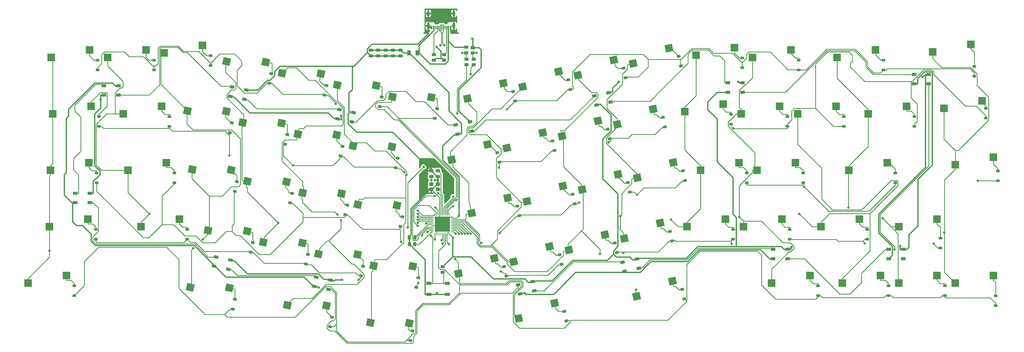
<source format=gbr>
G04 #@! TF.GenerationSoftware,KiCad,Pcbnew,(6.0.1)*
G04 #@! TF.CreationDate,2022-08-01T23:00:38+09:00*
G04 #@! TF.ProjectId,Skeleton68_underglow,536b656c-6574-46f6-9e36-385f756e6465,rev?*
G04 #@! TF.SameCoordinates,Original*
G04 #@! TF.FileFunction,Copper,L2,Bot*
G04 #@! TF.FilePolarity,Positive*
%FSLAX46Y46*%
G04 Gerber Fmt 4.6, Leading zero omitted, Abs format (unit mm)*
G04 Created by KiCad (PCBNEW (6.0.1)) date 2022-08-01 23:00:38*
%MOMM*%
%LPD*%
G01*
G04 APERTURE LIST*
G04 Aperture macros list*
%AMRoundRect*
0 Rectangle with rounded corners*
0 $1 Rounding radius*
0 $2 $3 $4 $5 $6 $7 $8 $9 X,Y pos of 4 corners*
0 Add a 4 corners polygon primitive as box body*
4,1,4,$2,$3,$4,$5,$6,$7,$8,$9,$2,$3,0*
0 Add four circle primitives for the rounded corners*
1,1,$1+$1,$2,$3*
1,1,$1+$1,$4,$5*
1,1,$1+$1,$6,$7*
1,1,$1+$1,$8,$9*
0 Add four rect primitives between the rounded corners*
20,1,$1+$1,$2,$3,$4,$5,0*
20,1,$1+$1,$4,$5,$6,$7,0*
20,1,$1+$1,$6,$7,$8,$9,0*
20,1,$1+$1,$8,$9,$2,$3,0*%
%AMRotRect*
0 Rectangle, with rotation*
0 The origin of the aperture is its center*
0 $1 length*
0 $2 width*
0 $3 Rotation angle, in degrees counterclockwise*
0 Add horizontal line*
21,1,$1,$2,0,0,$3*%
G04 Aperture macros list end*
G04 #@! TA.AperFunction,SMDPad,CuDef*
%ADD10RotRect,2.550000X2.500000X192.000000*%
G04 #@! TD*
G04 #@! TA.AperFunction,SMDPad,CuDef*
%ADD11RotRect,0.900000X1.200000X102.000000*%
G04 #@! TD*
G04 #@! TA.AperFunction,SMDPad,CuDef*
%ADD12R,1.200000X0.900000*%
G04 #@! TD*
G04 #@! TA.AperFunction,SMDPad,CuDef*
%ADD13RotRect,2.550000X2.500000X168.000000*%
G04 #@! TD*
G04 #@! TA.AperFunction,SMDPad,CuDef*
%ADD14RoundRect,0.062500X-0.475000X-0.062500X0.475000X-0.062500X0.475000X0.062500X-0.475000X0.062500X0*%
G04 #@! TD*
G04 #@! TA.AperFunction,SMDPad,CuDef*
%ADD15RoundRect,0.062500X-0.062500X-0.475000X0.062500X-0.475000X0.062500X0.475000X-0.062500X0.475000X0*%
G04 #@! TD*
G04 #@! TA.AperFunction,SMDPad,CuDef*
%ADD16R,5.200000X5.200000*%
G04 #@! TD*
G04 #@! TA.AperFunction,SMDPad,CuDef*
%ADD17RotRect,0.900000X1.200000X78.000000*%
G04 #@! TD*
G04 #@! TA.AperFunction,SMDPad,CuDef*
%ADD18R,2.550000X2.500000*%
G04 #@! TD*
G04 #@! TA.AperFunction,SMDPad,CuDef*
%ADD19RoundRect,0.250000X-0.475000X0.250000X-0.475000X-0.250000X0.475000X-0.250000X0.475000X0.250000X0*%
G04 #@! TD*
G04 #@! TA.AperFunction,SMDPad,CuDef*
%ADD20RoundRect,0.250000X0.450000X-0.262500X0.450000X0.262500X-0.450000X0.262500X-0.450000X-0.262500X0*%
G04 #@! TD*
G04 #@! TA.AperFunction,SMDPad,CuDef*
%ADD21RoundRect,0.250000X-0.450000X0.262500X-0.450000X-0.262500X0.450000X-0.262500X0.450000X0.262500X0*%
G04 #@! TD*
G04 #@! TA.AperFunction,SMDPad,CuDef*
%ADD22RotRect,1.500000X1.000000X168.000000*%
G04 #@! TD*
G04 #@! TA.AperFunction,SMDPad,CuDef*
%ADD23R,1.400000X1.200000*%
G04 #@! TD*
G04 #@! TA.AperFunction,SMDPad,CuDef*
%ADD24RoundRect,0.250000X0.375000X0.625000X-0.375000X0.625000X-0.375000X-0.625000X0.375000X-0.625000X0*%
G04 #@! TD*
G04 #@! TA.AperFunction,SMDPad,CuDef*
%ADD25R,1.400000X1.000000*%
G04 #@! TD*
G04 #@! TA.AperFunction,SMDPad,CuDef*
%ADD26RoundRect,0.250000X0.262500X0.450000X-0.262500X0.450000X-0.262500X-0.450000X0.262500X-0.450000X0*%
G04 #@! TD*
G04 #@! TA.AperFunction,SMDPad,CuDef*
%ADD27RotRect,1.500000X1.000000X348.000000*%
G04 #@! TD*
G04 #@! TA.AperFunction,SMDPad,CuDef*
%ADD28R,1.800000X1.100000*%
G04 #@! TD*
G04 #@! TA.AperFunction,SMDPad,CuDef*
%ADD29RoundRect,0.250000X0.250000X0.475000X-0.250000X0.475000X-0.250000X-0.475000X0.250000X-0.475000X0*%
G04 #@! TD*
G04 #@! TA.AperFunction,SMDPad,CuDef*
%ADD30R,1.500000X1.000000*%
G04 #@! TD*
G04 #@! TA.AperFunction,SMDPad,CuDef*
%ADD31RotRect,1.500000X1.000000X192.000000*%
G04 #@! TD*
G04 #@! TA.AperFunction,SMDPad,CuDef*
%ADD32RotRect,1.500000X1.000000X12.000000*%
G04 #@! TD*
G04 #@! TA.AperFunction,SMDPad,CuDef*
%ADD33R,0.600000X1.160000*%
G04 #@! TD*
G04 #@! TA.AperFunction,SMDPad,CuDef*
%ADD34R,0.300000X1.160000*%
G04 #@! TD*
G04 #@! TA.AperFunction,ComponentPad*
%ADD35O,0.900000X1.700000*%
G04 #@! TD*
G04 #@! TA.AperFunction,ComponentPad*
%ADD36O,0.900000X2.000000*%
G04 #@! TD*
G04 #@! TA.AperFunction,SMDPad,CuDef*
%ADD37RoundRect,0.250000X0.475000X-0.250000X0.475000X0.250000X-0.475000X0.250000X-0.475000X-0.250000X0*%
G04 #@! TD*
G04 #@! TA.AperFunction,ViaPad*
%ADD38C,0.800000*%
G04 #@! TD*
G04 #@! TA.AperFunction,Conductor*
%ADD39C,0.250000*%
G04 #@! TD*
G04 #@! TA.AperFunction,Conductor*
%ADD40C,0.400000*%
G04 #@! TD*
G04 #@! TA.AperFunction,Conductor*
%ADD41C,0.250200*%
G04 #@! TD*
G04 APERTURE END LIST*
D10*
X224163129Y-57163859D03*
X236279547Y-51991690D03*
D11*
X184377554Y-69904144D03*
X183691446Y-66676256D03*
D12*
X42028000Y-20700000D03*
X42028000Y-17400000D03*
X345080000Y-100270000D03*
X345080000Y-96970000D03*
D13*
X104254020Y-21822051D03*
X117426630Y-22025230D03*
D11*
X203011254Y-65943444D03*
X202325146Y-62715556D03*
X233522854Y-39982344D03*
X232836746Y-36754456D03*
D14*
X155042500Y-75300000D03*
X155042500Y-74800000D03*
X155042500Y-74300000D03*
X155042500Y-73800000D03*
X155042500Y-73300000D03*
X155042500Y-72800000D03*
X155042500Y-72300000D03*
X155042500Y-71800000D03*
X155042500Y-71300000D03*
X155042500Y-70800000D03*
X155042500Y-70300000D03*
D15*
X155880000Y-69462500D03*
X156380000Y-69462500D03*
X156880000Y-69462500D03*
X157380000Y-69462500D03*
X157880000Y-69462500D03*
X158380000Y-69462500D03*
X158880000Y-69462500D03*
X159380000Y-69462500D03*
X159880000Y-69462500D03*
X160380000Y-69462500D03*
X160880000Y-69462500D03*
D14*
X161717500Y-70300000D03*
X161717500Y-70800000D03*
X161717500Y-71300000D03*
X161717500Y-71800000D03*
X161717500Y-72300000D03*
X161717500Y-72800000D03*
X161717500Y-73300000D03*
X161717500Y-73800000D03*
X161717500Y-74300000D03*
X161717500Y-74800000D03*
X161717500Y-75300000D03*
D15*
X160880000Y-76137500D03*
X160380000Y-76137500D03*
X159880000Y-76137500D03*
X159380000Y-76137500D03*
X158880000Y-76137500D03*
X158380000Y-76137500D03*
X157880000Y-76137500D03*
X157380000Y-76137500D03*
X156880000Y-76137500D03*
X156380000Y-76137500D03*
X155880000Y-76137500D03*
D16*
X158380000Y-72800000D03*
D17*
X99993546Y-25200044D03*
X100679654Y-21972156D03*
D18*
X327623500Y-33655000D03*
X340550500Y-31115000D03*
D11*
X201611654Y-27289744D03*
X200925546Y-24061856D03*
D13*
X109610120Y-42436051D03*
X122782730Y-42639230D03*
D10*
X186895629Y-65085259D03*
X199012047Y-59913090D03*
D17*
X137260946Y-33121444D03*
X137947054Y-29893556D03*
D18*
X312383500Y-92710000D03*
X325310500Y-90170000D03*
D12*
X307204000Y-20700000D03*
X307204000Y-17400000D03*
D18*
X323813500Y-14605000D03*
X336740500Y-12065000D03*
D19*
X156850000Y-54780000D03*
X156850000Y-56680000D03*
D10*
X204129729Y-22470859D03*
X216246147Y-17298690D03*
D20*
X158460000Y-89032500D03*
X158460000Y-87207500D03*
D10*
X198773629Y-43084959D03*
X210890047Y-37912790D03*
D12*
X67936000Y-58800000D03*
X67936000Y-55500000D03*
D10*
X163837529Y-89462059D03*
X175953947Y-84289890D03*
D18*
X259996000Y-73660000D03*
X272923000Y-71120000D03*
D21*
X155500000Y-15587500D03*
X155500000Y-17412500D03*
D17*
X87679846Y-101458844D03*
X88365954Y-98230956D03*
X88345346Y-61675344D03*
X89031454Y-58447456D03*
D18*
X331433500Y-52705000D03*
X344360500Y-50165000D03*
D13*
X92605820Y-58297251D03*
X105778430Y-58500430D03*
D22*
X120609120Y-91664347D03*
X119943803Y-94794420D03*
X115150880Y-93775653D03*
X115816197Y-90645580D03*
D13*
X85620320Y-17861251D03*
X98792930Y-18064430D03*
D12*
X345870000Y-58150000D03*
X345870000Y-54850000D03*
D11*
X235854254Y-78438044D03*
X235168146Y-75210156D03*
D10*
X219738629Y-77579859D03*
X231855047Y-72407690D03*
D11*
X177621754Y-51864544D03*
X176935646Y-48636656D03*
X198586754Y-86359444D03*
X197900646Y-83131556D03*
D10*
X205529429Y-61124559D03*
X217645847Y-55952390D03*
D12*
X275581000Y-77850000D03*
X275581000Y-74550000D03*
D18*
X259234000Y-35560000D03*
X272161000Y-33020000D03*
D12*
X280153000Y-58800000D03*
X280153000Y-55500000D03*
X327968500Y-96900000D03*
X327968500Y-93600000D03*
D10*
X223897929Y-97145159D03*
X236014347Y-91972990D03*
D18*
X240946000Y-73660000D03*
X253873000Y-71120000D03*
D10*
X201104929Y-81540659D03*
X213221347Y-76368490D03*
X222763429Y-18510159D03*
X234879847Y-13337990D03*
X182471229Y-85501359D03*
X194587647Y-80329190D03*
D13*
X116595720Y-82872051D03*
X129768330Y-83075230D03*
X72342720Y-34514651D03*
X85515330Y-34717830D03*
D17*
X106979146Y-65636044D03*
X107665254Y-62408156D03*
D18*
X50731800Y-35560000D03*
X63658800Y-33020000D03*
X278284000Y-35560000D03*
X291211000Y-33020000D03*
D17*
X155894746Y-37082144D03*
X156580854Y-33854256D03*
D12*
X41435600Y-77850000D03*
X41435600Y-74550000D03*
X80128000Y-19176000D03*
X80128000Y-15876000D03*
D18*
X26157500Y-54610000D03*
X39084500Y-52070000D03*
D10*
X166862329Y-30392359D03*
X178978747Y-25220190D03*
D23*
X154700000Y-59350000D03*
X156900000Y-59350000D03*
X156900000Y-61050000D03*
X154700000Y-61050000D03*
D17*
X93701546Y-82289344D03*
X94387654Y-79061456D03*
D13*
X106113120Y-100119551D03*
X119285730Y-100322730D03*
D18*
X291619000Y-16510000D03*
X304546000Y-13970000D03*
D10*
X168261929Y-69046059D03*
X180378347Y-63873890D03*
D13*
X141521420Y-29743451D03*
X154694030Y-29946630D03*
D24*
X149900000Y-15000000D03*
X147100000Y-15000000D03*
D10*
X184102929Y-104630059D03*
X196219347Y-99457890D03*
D23*
X168600000Y-13230000D03*
D25*
X168600000Y-14950000D03*
X166400000Y-14950000D03*
X166400000Y-13050000D03*
D18*
X264568000Y-54610000D03*
X277495000Y-52070000D03*
D22*
X86829120Y-84864347D03*
X86163803Y-87994420D03*
X81370880Y-86975653D03*
X82036197Y-83845580D03*
D26*
X149122500Y-79570000D03*
X147297500Y-79570000D03*
D12*
X274819000Y-39750000D03*
X274819000Y-36450000D03*
D13*
X134063720Y-106060651D03*
X147236330Y-106263830D03*
D27*
X123000880Y-37250653D03*
X123666197Y-34120580D03*
X128459120Y-35139347D03*
X127793803Y-38269420D03*
D10*
X161506229Y-51006459D03*
X173622647Y-45834290D03*
D19*
X134250000Y-14050000D03*
X134250000Y-15950000D03*
D12*
X337910000Y-22820000D03*
X337910000Y-19520000D03*
D28*
X153860000Y-92770000D03*
X160060000Y-92770000D03*
X153860000Y-96470000D03*
X160060000Y-96470000D03*
D13*
X122887720Y-25782751D03*
X136060330Y-25985930D03*
D29*
X149160000Y-77280000D03*
X147260000Y-77280000D03*
D12*
X326480000Y-80820000D03*
X326480000Y-77520000D03*
D18*
X295598600Y-54610000D03*
X308525600Y-52070000D03*
D13*
X128243820Y-46396751D03*
X141416430Y-46599930D03*
D17*
X105349746Y-45814144D03*
X106035854Y-42586256D03*
D11*
X196255454Y-47903844D03*
X195569346Y-44675956D03*
D12*
X341790000Y-37010000D03*
X341790000Y-33710000D03*
D13*
X129873220Y-66218751D03*
X143045830Y-66421930D03*
D18*
X269521500Y-92710000D03*
X282448500Y-90170000D03*
X331433500Y-92710000D03*
X344360500Y-90170000D03*
X286190000Y-73660000D03*
X299117000Y-71120000D03*
D12*
X311183600Y-58800000D03*
X311183600Y-55500000D03*
D21*
X159000000Y-15587500D03*
X159000000Y-17412500D03*
D13*
X90976420Y-38475351D03*
X104149030Y-38678530D03*
D18*
X26919800Y-35560000D03*
X39846800Y-33020000D03*
D11*
X238879054Y-19368344D03*
X238192946Y-16140456D03*
D13*
X73972120Y-54336551D03*
X87144730Y-54539730D03*
D11*
X182977854Y-31250444D03*
X182291746Y-28022556D03*
D12*
X261103000Y-58800000D03*
X261103000Y-55500000D03*
D10*
X217407329Y-39124259D03*
X229523747Y-33952090D03*
D21*
X169000000Y-17087500D03*
X169000000Y-18912500D03*
D17*
X149602646Y-94171544D03*
X150288754Y-90943656D03*
D18*
X245518000Y-54610000D03*
X258445000Y-52070000D03*
D30*
X254725000Y-28270000D03*
X254725000Y-25070000D03*
X259625000Y-25070000D03*
X259625000Y-28270000D03*
D17*
X118627246Y-29160744D03*
X119313354Y-25932856D03*
D12*
X61078000Y-20700000D03*
X61078000Y-17400000D03*
D30*
X274865000Y-81267500D03*
X274865000Y-84467500D03*
X269965000Y-84467500D03*
X269965000Y-81267500D03*
D18*
X45493000Y-16510000D03*
X58420000Y-13970000D03*
D12*
X308918500Y-96900000D03*
X308918500Y-93600000D03*
D31*
X188753803Y-92223080D03*
X189419120Y-95353153D03*
X184626197Y-96371920D03*
X183960880Y-93241847D03*
D32*
X210343697Y-32554420D03*
X209678380Y-29424347D03*
X214471303Y-28405580D03*
X215136620Y-31535653D03*
D18*
X240184000Y-34798000D03*
X253111000Y-32258000D03*
D11*
X200218554Y-105488244D03*
X199532446Y-102260356D03*
D33*
X154760000Y-6385000D03*
X155560000Y-6385000D03*
D34*
X156710000Y-6385000D03*
X157710000Y-6385000D03*
X158210000Y-6385000D03*
X159210000Y-6385000D03*
D33*
X160360000Y-6385000D03*
X161160000Y-6385000D03*
X161160000Y-6385000D03*
X160360000Y-6385000D03*
D34*
X159710000Y-6385000D03*
X158710000Y-6385000D03*
X157210000Y-6385000D03*
X156210000Y-6385000D03*
D33*
X155560000Y-6385000D03*
X154760000Y-6385000D03*
D35*
X153640000Y-1635000D03*
D36*
X153640000Y-5805000D03*
X162280000Y-5805000D03*
D35*
X162280000Y-1635000D03*
D18*
X26443000Y-16510000D03*
X39370000Y-13970000D03*
D13*
X111217920Y-62242451D03*
X124390530Y-62445630D03*
D12*
X255769000Y-38988000D03*
X255769000Y-35688000D03*
D18*
X64543000Y-14986000D03*
X77470000Y-12446000D03*
D30*
X313917500Y-81267500D03*
X313917500Y-84467500D03*
X309017500Y-84467500D03*
X309017500Y-81267500D03*
D17*
X112335246Y-86250144D03*
X113021354Y-83022256D03*
D12*
X293869000Y-39750000D03*
X293869000Y-36450000D03*
D31*
X223996303Y-84603080D03*
X224661620Y-87733153D03*
X219868697Y-88751920D03*
X219203380Y-85621847D03*
D12*
X42504800Y-39750000D03*
X42504800Y-36450000D03*
D17*
X147656946Y-112113944D03*
X148343054Y-108886056D03*
D12*
X256531000Y-77850000D03*
X256531000Y-74550000D03*
D17*
X86716046Y-41853344D03*
X87402154Y-38625456D03*
D12*
X41742500Y-58800000D03*
X41742500Y-55500000D03*
D13*
X97961920Y-78911351D03*
X111134530Y-79114530D03*
X79328220Y-74950651D03*
X92500830Y-75153830D03*
D18*
X52351000Y-54610000D03*
X65278000Y-52070000D03*
D13*
X135229420Y-86832751D03*
X148402030Y-87035930D03*
D11*
X240278654Y-58022044D03*
X239592546Y-54794156D03*
D37*
X154670000Y-56680000D03*
X154670000Y-54780000D03*
D12*
X301775000Y-77850000D03*
X301775000Y-74550000D03*
D30*
X317590000Y-25412500D03*
X317590000Y-22212500D03*
X322490000Y-22212500D03*
X322490000Y-25412500D03*
D11*
X220245354Y-23329044D03*
X219559246Y-20101156D03*
X240013454Y-98003344D03*
X239327346Y-94775456D03*
D19*
X144250000Y-14050000D03*
X144250000Y-15950000D03*
D17*
X130968946Y-90210844D03*
X131655054Y-86982956D03*
D12*
X34218000Y-96900000D03*
X34218000Y-93600000D03*
D18*
X293333500Y-92710000D03*
X306260500Y-90170000D03*
X263044000Y-16510000D03*
X275971000Y-13970000D03*
D30*
X39420000Y-62340000D03*
X39420000Y-65540000D03*
X34520000Y-65540000D03*
X34520000Y-62340000D03*
D12*
X285106500Y-96900000D03*
X285106500Y-93600000D03*
X317682000Y-39750000D03*
X317682000Y-36450000D03*
X278629000Y-20700000D03*
X278629000Y-17400000D03*
D19*
X141750000Y-14050000D03*
X141750000Y-15950000D03*
D12*
X259579000Y-19938000D03*
X259579000Y-16638000D03*
D21*
X166500000Y-17087500D03*
X166500000Y-18912500D03*
D17*
X142617146Y-53735544D03*
X143303254Y-50507656D03*
D11*
X217220554Y-82398744D03*
X216534446Y-79170856D03*
D17*
X123983446Y-49774844D03*
X124669554Y-46546956D03*
D32*
X163546197Y-42434420D03*
X162880880Y-39304347D03*
X167673803Y-38285580D03*
X168339120Y-41415653D03*
D18*
X18633000Y-92710000D03*
X31560000Y-90170000D03*
D10*
X185496029Y-26431659D03*
X197612447Y-21259490D03*
D17*
X125612846Y-69596744D03*
X126298954Y-66368856D03*
D19*
X136750000Y-14050000D03*
X136750000Y-15950000D03*
D18*
X56732500Y-73660000D03*
X69659500Y-71120000D03*
D30*
X44222500Y-29222500D03*
X44222500Y-26022500D03*
X49122500Y-26022500D03*
X49122500Y-29222500D03*
D12*
X72317500Y-77850000D03*
X72317500Y-74550000D03*
D18*
X302097000Y-35560000D03*
X315024000Y-33020000D03*
D13*
X73306620Y-94120051D03*
X86479230Y-94323230D03*
D12*
X66316800Y-39750000D03*
X66316800Y-36450000D03*
D19*
X139250000Y-14050000D03*
X139250000Y-15950000D03*
D17*
X120486446Y-107458244D03*
X121172554Y-104230356D03*
D11*
X221644954Y-61982744D03*
X220958846Y-58754856D03*
D18*
X25850600Y-73660000D03*
X38777600Y-71120000D03*
D27*
X86805880Y-29630653D03*
X87471197Y-26500580D03*
X92264120Y-27519347D03*
X91598803Y-30649420D03*
D11*
X179953054Y-90320144D03*
X179266946Y-87092256D03*
D17*
X144246546Y-73557444D03*
X144932654Y-70329556D03*
D18*
X243994000Y-15748000D03*
X256921000Y-13208000D03*
X312383500Y-73660000D03*
X325310500Y-71120000D03*
D11*
X214889154Y-43943144D03*
X214203046Y-40715256D03*
D10*
X180139929Y-47045659D03*
X192256347Y-41873490D03*
D38*
X320406400Y-23062900D03*
X168456000Y-10174700D03*
X156450000Y-12950000D03*
X258243800Y-24707500D03*
X116616900Y-94173200D03*
X156517500Y-96102300D03*
X217888600Y-24707500D03*
X186115700Y-96102300D03*
X156987000Y-62258500D03*
X154670000Y-57909400D03*
X312875000Y-80159400D03*
X164000000Y-70000000D03*
X155880000Y-77920000D03*
X162010000Y-77340000D03*
X152890000Y-72524500D03*
X124157600Y-36201000D03*
X276245700Y-80506500D03*
X43072200Y-30689500D03*
X156000000Y-67200000D03*
X124500300Y-91618400D03*
X153400000Y-75400000D03*
X122409950Y-32190050D03*
X163025849Y-64635849D03*
X180129300Y-33984800D03*
X162000000Y-66800000D03*
X214471300Y-45220300D03*
X108031200Y-53017100D03*
X145547700Y-55274300D03*
X177441700Y-53760400D03*
X256611400Y-40482800D03*
X86490000Y-49630000D03*
X280500000Y-60260920D03*
X224060000Y-62926940D03*
X144474700Y-78811900D03*
X177730000Y-75815500D03*
X158155500Y-78180000D03*
X204501300Y-65472000D03*
X339069300Y-58118000D03*
X219444700Y-82565500D03*
X300900000Y-79300900D03*
X150245900Y-92622700D03*
X158430000Y-79357600D03*
X130142600Y-91564400D03*
X324161100Y-79426400D03*
X255992900Y-79519700D03*
X178109100Y-88823900D03*
X158985500Y-12380000D03*
X169900000Y-15000000D03*
X165070000Y-14940000D03*
X157740000Y-12410000D03*
X160600000Y-79600000D03*
X310989700Y-81362600D03*
X154482000Y-76707400D03*
X150120000Y-73390000D03*
X151505900Y-76643100D03*
X146720000Y-73880000D03*
X163370000Y-35390000D03*
X152136000Y-53421000D03*
X167965000Y-22156100D03*
X155836300Y-63254600D03*
X59531600Y-69285600D03*
X150081737Y-71373664D03*
X150090133Y-70374197D03*
X74347600Y-80943900D03*
X77513000Y-77932900D03*
X103031600Y-72366300D03*
X150070267Y-69329733D03*
X150110078Y-72372765D03*
X25850600Y-81736400D03*
X162920000Y-76000000D03*
X327700000Y-75570000D03*
X150060000Y-68260000D03*
X124225100Y-71548200D03*
X123000000Y-69610000D03*
X162000000Y-63500000D03*
X146272200Y-56140000D03*
X171510000Y-79180000D03*
X162680000Y-84567000D03*
X223726200Y-94903400D03*
X211530000Y-82840000D03*
X218414800Y-70074033D03*
X168000000Y-76000000D03*
X235559400Y-71262600D03*
X167000000Y-76000000D03*
X258541200Y-70355900D03*
X166000000Y-76000000D03*
X278818400Y-69304600D03*
X165000000Y-76000000D03*
X295360800Y-67205700D03*
X306894500Y-70800000D03*
X164000000Y-76000000D03*
D39*
X50630000Y-26414022D02*
X50630000Y-24494400D01*
X50630000Y-24494400D02*
X45493000Y-19357400D01*
X50197011Y-26847011D02*
X50630000Y-26414022D01*
X49602989Y-26847011D02*
X50197011Y-26847011D01*
X45493000Y-19357400D02*
X45493000Y-16510000D01*
X48015500Y-28434500D02*
X49602989Y-26847011D01*
X48015500Y-35560000D02*
X48015500Y-28434500D01*
X143690892Y-37050892D02*
X143699108Y-37050892D01*
X143722144Y-37082144D02*
X143690892Y-37050892D01*
X155894746Y-37082144D02*
X143722144Y-37082144D01*
X143699108Y-37050892D02*
X139769660Y-33121444D01*
X163475480Y-56827264D02*
X143699108Y-37050892D01*
X131655054Y-84961954D02*
X129768330Y-83075230D01*
X131655054Y-86982956D02*
X131655054Y-84961954D01*
X155500000Y-8780000D02*
X155500000Y-15587500D01*
X156710000Y-7570000D02*
X155500000Y-8780000D01*
X156710000Y-6385000D02*
X156710000Y-7570000D01*
X146707300Y-73867300D02*
X146707300Y-58849700D01*
X146720000Y-73880000D02*
X146707300Y-73867300D01*
X146707300Y-58849700D02*
X152136000Y-53421000D01*
X156380000Y-68859300D02*
X156380000Y-69462500D01*
X150247502Y-66420000D02*
X153940700Y-66420000D01*
X148754040Y-67913462D02*
X150247502Y-66420000D01*
X150102699Y-73390000D02*
X148754040Y-72041341D01*
X148754040Y-72041341D02*
X148754040Y-67913462D01*
X153940700Y-66420000D02*
X156380000Y-68859300D01*
X150120000Y-73390000D02*
X150102699Y-73390000D01*
X155532500Y-69810000D02*
X155880000Y-69462500D01*
X151610000Y-69810000D02*
X155532500Y-69810000D01*
X150060000Y-68260000D02*
X151610000Y-69810000D01*
X152777184Y-63254600D02*
X155836300Y-63254600D01*
X148304520Y-67727264D02*
X152777184Y-63254600D01*
X148304520Y-76536067D02*
X148304520Y-67727264D01*
X149656180Y-78329520D02*
X148672027Y-78329520D01*
X148335480Y-76567027D02*
X148304520Y-76536067D01*
X150203400Y-77782300D02*
X149656180Y-78329520D01*
X150203400Y-76873500D02*
X150203400Y-77782300D01*
X148672027Y-78329520D02*
X148335480Y-77992973D01*
X153276900Y-73800000D02*
X150203400Y-76873500D01*
X148335480Y-77992973D02*
X148335480Y-76567027D01*
X155042500Y-73800000D02*
X153276900Y-73800000D01*
D40*
X147780000Y-76380723D02*
X147260000Y-76900723D01*
X147260000Y-76900723D02*
X147260000Y-77280000D01*
X147780000Y-67510000D02*
X147780000Y-76380723D01*
X154240000Y-61050000D02*
X147780000Y-67510000D01*
X154700000Y-61050000D02*
X154240000Y-61050000D01*
D39*
X157925300Y-55855300D02*
X157925300Y-61050000D01*
X158380000Y-69462500D02*
X158380000Y-63015782D01*
X156900000Y-61050000D02*
X157925300Y-61050000D01*
X156850000Y-54780000D02*
X157925300Y-55855300D01*
X158380000Y-63015782D02*
X157925300Y-62561082D01*
X157925300Y-62561082D02*
X157925300Y-61050000D01*
D40*
X147260000Y-77280000D02*
X147260000Y-79532500D01*
X156900000Y-59079300D02*
X154866900Y-61112400D01*
D41*
X161718000Y-70300000D02*
X161717500Y-70300000D01*
D40*
X39889800Y-78591800D02*
X39889800Y-76197500D01*
X163903120Y-34514920D02*
X167673800Y-38285600D01*
X305645480Y-75846458D02*
X305645480Y-69294520D01*
X150077450Y-12000000D02*
X153640000Y-8437450D01*
X186115700Y-96102300D02*
X185947900Y-96102300D01*
X245064328Y-81416240D02*
X241107327Y-85373240D01*
X32274300Y-33898000D02*
X32274300Y-36306300D01*
X156570000Y-56680000D02*
X154670000Y-54780000D01*
X31512000Y-55356300D02*
X30822600Y-56045700D01*
X156517500Y-96470000D02*
X160060000Y-96470000D01*
X320406400Y-23062900D02*
X320489300Y-23062900D01*
X126548700Y-35488100D02*
X126548700Y-38825300D01*
X128006600Y-19437900D02*
X128475300Y-19437900D01*
X168600000Y-13230000D02*
X170760000Y-13230000D01*
X39889800Y-76197500D02*
X36913000Y-73220700D01*
X34520000Y-65540000D02*
X33944900Y-65540000D01*
X186482500Y-96469100D02*
X186115700Y-96102300D01*
X49122500Y-26022500D02*
X47972200Y-26022500D01*
X92264800Y-27520000D02*
X96050342Y-27520000D01*
X128475300Y-19437900D02*
X133093600Y-14819600D01*
X126548700Y-38825300D02*
X129437800Y-41714400D01*
X162280000Y-1635000D02*
X162280000Y-5805000D01*
X258474700Y-24938400D02*
X258474700Y-25070000D01*
X30822600Y-62992900D02*
X33369700Y-65540000D01*
X103560600Y-19437900D02*
X128006600Y-19437900D01*
X153640000Y-5805000D02*
X153640000Y-6435100D01*
X320489300Y-23062900D02*
X321339700Y-22212500D01*
X168600000Y-10318700D02*
X168456000Y-10174700D01*
D39*
X157380000Y-71800000D02*
X158380000Y-72800000D01*
D40*
X101819200Y-22533600D02*
X101819200Y-21179300D01*
D39*
X160855000Y-70324500D02*
X158380000Y-72800000D01*
D40*
X215783700Y-28126600D02*
X215783700Y-26812400D01*
X133093600Y-14819600D02*
X133093600Y-13546800D01*
X129437800Y-41714400D02*
X141604400Y-41714400D01*
X134250000Y-15950000D02*
X134224000Y-15950000D01*
X153860000Y-96470000D02*
X152559700Y-96470000D01*
D39*
X156380000Y-76137500D02*
X156380000Y-74800000D01*
D40*
X96050342Y-27520000D02*
X99334731Y-24235611D01*
D39*
X157880000Y-73300000D02*
X158380000Y-72800000D01*
D40*
X158436900Y-16849400D02*
X157873900Y-16849400D01*
X156900000Y-59350000D02*
X156900000Y-58849800D01*
X161160000Y-7365300D02*
X162120000Y-7365300D01*
X47972200Y-26022500D02*
X47071800Y-25122100D01*
X126855600Y-28453000D02*
X128006600Y-27302000D01*
X309017500Y-84467500D02*
X310167011Y-83317989D01*
X215783700Y-26812400D02*
X217888600Y-24707500D01*
X152559700Y-96470000D02*
X152559700Y-84832200D01*
X141604400Y-41714400D02*
X154670000Y-54780000D01*
X92264100Y-27519300D02*
X92264800Y-27520000D01*
X128459100Y-35139300D02*
X127171300Y-34865600D01*
X163903120Y-27372380D02*
X163903120Y-34514920D01*
X41050200Y-25122100D02*
X32274300Y-33898000D01*
X127171300Y-34865500D02*
X126855600Y-34549800D01*
D39*
X155042500Y-73300000D02*
X157880000Y-73300000D01*
D40*
X33568400Y-65916500D02*
X33944900Y-65540000D01*
X153640000Y-8437450D02*
X153640000Y-6435100D01*
X226294978Y-87805006D02*
X226206683Y-87940977D01*
X34872600Y-73220700D02*
X33568400Y-71916500D01*
X139250000Y-15950000D02*
X141750000Y-15950000D01*
X153640000Y-1635000D02*
X153640000Y-5805000D01*
X141750000Y-15950000D02*
X144250000Y-15950000D01*
X128006600Y-27302000D02*
X128006600Y-19437900D01*
X159000000Y-17412500D02*
X158436900Y-16849400D01*
D39*
X154700000Y-61050000D02*
X154762400Y-61112400D01*
D40*
X156900000Y-58349700D02*
X156850000Y-58299700D01*
X156850000Y-58299700D02*
X156850000Y-56680000D01*
X31512000Y-37068600D02*
X31512000Y-55356300D01*
X99334731Y-24235611D02*
X100117189Y-24235611D01*
X116616900Y-94173200D02*
X116581700Y-94173200D01*
X268814700Y-84467500D02*
X265763440Y-81416240D01*
X116581700Y-94173200D02*
X116463200Y-94054700D01*
X157873900Y-16849400D02*
X156063100Y-16849400D01*
X156063100Y-16849400D02*
X155500000Y-17412500D01*
X156517500Y-96102300D02*
X156517500Y-96470000D01*
X116463200Y-94054700D02*
X116463200Y-94054600D01*
X305645480Y-69294520D02*
X321339700Y-53600300D01*
X33568400Y-71916500D02*
X33568400Y-65916500D01*
X115150900Y-93775700D02*
X114885700Y-93775700D01*
X100117189Y-24235611D02*
X101819200Y-22533600D01*
X114885700Y-93775700D02*
X111760220Y-90650220D01*
D39*
X157880000Y-73300000D02*
X158380000Y-72800000D01*
D40*
X171420000Y-13890000D02*
X171420000Y-19855500D01*
X101819200Y-21179300D02*
X103560600Y-19437900D01*
X195949700Y-96469100D02*
X186482500Y-96469100D01*
X228726744Y-85373240D02*
X226294978Y-87805006D01*
X32274300Y-36306300D02*
X31512000Y-37068600D01*
D39*
X157380000Y-63730000D02*
X157380000Y-69462500D01*
D40*
X226206683Y-87940977D02*
X225116860Y-89030800D01*
X156850000Y-56680000D02*
X156570000Y-56680000D01*
X214471300Y-28405600D02*
X215783700Y-28126600D01*
X134224000Y-15950000D02*
X133093600Y-14819600D01*
D39*
X156380000Y-74800000D02*
X157880000Y-73300000D01*
D40*
X203388000Y-89030800D02*
X195949700Y-96469100D01*
X136750000Y-15950000D02*
X139250000Y-15950000D01*
X157873900Y-14373900D02*
X157873900Y-16849400D01*
X185947900Y-96102300D02*
X185938600Y-96093000D01*
X265763440Y-81416240D02*
X245064328Y-81416240D01*
X36913000Y-73220700D02*
X34872600Y-73220700D01*
X259625000Y-25070000D02*
X258474700Y-25070000D01*
X185938600Y-96093000D02*
X185938600Y-96092900D01*
X154709900Y-6435100D02*
X154760000Y-6385000D01*
X171420000Y-19855500D02*
X163903120Y-27372380D01*
X310167011Y-80367990D02*
X305645480Y-75846458D01*
X85320220Y-90650220D02*
X74698300Y-80028300D01*
X153640000Y-6435100D02*
X154709900Y-6435100D01*
X133093600Y-13546800D02*
X134640400Y-12000000D01*
X152559700Y-84832200D02*
X147297500Y-79570000D01*
X41326300Y-80028300D02*
X39889800Y-78591800D01*
X127171300Y-34865500D02*
X126548700Y-35488100D01*
X310167011Y-83317989D02*
X310167011Y-80367990D01*
X241107327Y-85373240D02*
X228726744Y-85373240D01*
X156900000Y-58849800D02*
X156900000Y-58349700D01*
D39*
X161693000Y-70324500D02*
X160855000Y-70324500D01*
D40*
X30822600Y-56045700D02*
X30822600Y-62992900D01*
X168600000Y-13230000D02*
X168600000Y-10318700D01*
D39*
X157380000Y-69462500D02*
X157380000Y-71800000D01*
D40*
X156900000Y-58849800D02*
X156900000Y-59079300D01*
X33944900Y-65540000D02*
X33369700Y-65540000D01*
X127171300Y-34865600D02*
X127171300Y-34865500D01*
X47071800Y-25122100D02*
X41050200Y-25122100D01*
X162120000Y-7365300D02*
X162280000Y-7205300D01*
X111760220Y-90650220D02*
X85320220Y-90650220D01*
X184626200Y-96371900D02*
X185938600Y-96092900D01*
X126855600Y-34549800D02*
X126855600Y-28453000D01*
X258243800Y-24707500D02*
X258474700Y-24938400D01*
X225116860Y-89030800D02*
X203388000Y-89030800D01*
X154866900Y-61112400D02*
X154762400Y-61112400D01*
X74698300Y-80028300D02*
X41326300Y-80028300D01*
X156450000Y-12950000D02*
X157873900Y-14373900D01*
D39*
X160380000Y-76137500D02*
X160380000Y-74800000D01*
X161718000Y-70300000D02*
X161693000Y-70324500D01*
D40*
X322490000Y-22212500D02*
X321339700Y-22212500D01*
D39*
X160380000Y-74800000D02*
X158380000Y-72800000D01*
D40*
X170760000Y-13230000D02*
X171420000Y-13890000D01*
X156517500Y-96470000D02*
X153860000Y-96470000D01*
X321339700Y-53600300D02*
X321339700Y-22212500D01*
X161160000Y-6385000D02*
X161160000Y-7365300D01*
X269965000Y-84467500D02*
X268814700Y-84467500D01*
X147260000Y-79532500D02*
X147297500Y-79570000D01*
X116463200Y-94054600D02*
X115150900Y-93775700D01*
X162280000Y-5805000D02*
X162280000Y-7205300D01*
X134640400Y-12000000D02*
X150077450Y-12000000D01*
D39*
X154762400Y-61112400D02*
X157380000Y-63730000D01*
D40*
X134250000Y-15950000D02*
X136750000Y-15950000D01*
D39*
X154700000Y-57939400D02*
X154670000Y-57909400D01*
X157880000Y-69462500D02*
X157880000Y-63151500D01*
X157880000Y-63151500D02*
X156987000Y-62258500D01*
X154670000Y-56680000D02*
X154670000Y-57909400D01*
X154700000Y-59350000D02*
X154700000Y-57939400D01*
X153640000Y-72800000D02*
X155042500Y-72800000D01*
X149160000Y-77280000D02*
X153640000Y-72800000D01*
D40*
X161900000Y-77450000D02*
X161900000Y-83767500D01*
X223996300Y-84603100D02*
X222683900Y-84882100D01*
X88118200Y-29909600D02*
X88118200Y-29909700D01*
X139250000Y-14050000D02*
X136750000Y-14050000D01*
X41047600Y-35512700D02*
X41047600Y-53032700D01*
X274865000Y-81267500D02*
X273714700Y-81267500D01*
X43072200Y-33488100D02*
X41047600Y-35512700D01*
X161900000Y-83767500D02*
X158460000Y-87207500D01*
X160572300Y-28322300D02*
X147250000Y-15000000D01*
X256407600Y-57068400D02*
X251073600Y-51734400D01*
D41*
X161718000Y-70800000D02*
X161717500Y-70800000D01*
D40*
X212509200Y-44034300D02*
X215283900Y-41259600D01*
X251070100Y-28270000D02*
X254725000Y-28270000D01*
X247898000Y-31442100D02*
X251070100Y-28270000D01*
X119882800Y-35166000D02*
X121688500Y-36971700D01*
X318740300Y-23597300D02*
X318740300Y-25412500D01*
D39*
X156880000Y-69462500D02*
X156880000Y-68080000D01*
D40*
X88118200Y-29909700D02*
X93374500Y-35166000D01*
X223996300Y-84603100D02*
X225308700Y-84324100D01*
X257546400Y-80367200D02*
X244629800Y-80367200D01*
D39*
X160880000Y-76210000D02*
X160880000Y-76137500D01*
D40*
X168047300Y-83767500D02*
X175569800Y-91290000D01*
X313917500Y-81267500D02*
X315067800Y-81267500D01*
X216099800Y-81732800D02*
X217615300Y-80217300D01*
X122246300Y-91618400D02*
X121921500Y-91943200D01*
X210343700Y-32554400D02*
X211656100Y-32275400D01*
X158520000Y-51130000D02*
X158520000Y-46390000D01*
X175569800Y-91290000D02*
X186229400Y-91290000D01*
X217053800Y-83859800D02*
X221661700Y-83859800D01*
X164000000Y-56610000D02*
X158520000Y-51130000D01*
X221661700Y-83859800D02*
X222683900Y-84882000D01*
X225308700Y-84324200D02*
X225308700Y-84324100D01*
X162196600Y-42713400D02*
X162233800Y-42713400D01*
X164860000Y-38810000D02*
X160572300Y-34522300D01*
X43072200Y-29222500D02*
X43072200Y-30689500D01*
X136750000Y-14050000D02*
X134250000Y-14050000D01*
X40570300Y-58344000D02*
X40570300Y-62340000D01*
X215283900Y-35903300D02*
X211656100Y-32275500D01*
X318810400Y-57613167D02*
X323640400Y-52783167D01*
X323640400Y-52783167D02*
X323640400Y-21526500D01*
X251073600Y-37256400D02*
X247898000Y-34080800D01*
X161900000Y-83767500D02*
X168047300Y-83767500D01*
X160572300Y-34522300D02*
X160572300Y-28322300D01*
D39*
X152890000Y-72524500D02*
X153114500Y-72300000D01*
D40*
X251073600Y-51734400D02*
X251073600Y-37256400D01*
X123000900Y-37250700D02*
X124313200Y-37529600D01*
X216099800Y-82905800D02*
X214045000Y-84960600D01*
X312875000Y-80159400D02*
X312767200Y-80267200D01*
X214045000Y-84960600D02*
X202368700Y-84960600D01*
X120609100Y-91664300D02*
X121921500Y-91943300D01*
D41*
X155042000Y-72300000D02*
X155042500Y-72300000D01*
D40*
X116595400Y-89600300D02*
X118380500Y-91385400D01*
X215283900Y-41259600D02*
X215283900Y-35903300D01*
X187441400Y-92502000D02*
X187441400Y-92502100D01*
D39*
X162010000Y-77340000D02*
X160880000Y-76210000D01*
D40*
X118380500Y-91385400D02*
X119296800Y-91385400D01*
X188753800Y-92223100D02*
X190066200Y-91944100D01*
X141750000Y-14050000D02*
X144250000Y-14050000D01*
X120609100Y-91664300D02*
X119296800Y-91385400D01*
X86805900Y-29630700D02*
X88118200Y-29909600D01*
X272814400Y-80367200D02*
X257546400Y-80367200D01*
X121921500Y-91943200D02*
X121921500Y-91943300D01*
X217615300Y-80217300D02*
X217615300Y-62542100D01*
X315779700Y-76372800D02*
X318810400Y-73342100D01*
X273714700Y-81267500D02*
X272814400Y-80367200D01*
X92598500Y-89600300D02*
X116595400Y-89600300D01*
X158520000Y-46390000D02*
X162196600Y-42713400D01*
X216099800Y-82905800D02*
X217053800Y-83859800D01*
X124157600Y-36201000D02*
X124157600Y-36453600D01*
D39*
X153114500Y-72300000D02*
X155042000Y-72300000D01*
D40*
X257546400Y-80367200D02*
X257546400Y-70534200D01*
X42789100Y-54774200D02*
X42789100Y-56125200D01*
X244629800Y-80367200D02*
X240672800Y-84324200D01*
X39420000Y-62340000D02*
X40570300Y-62340000D01*
X275440200Y-81267500D02*
X276015300Y-81267500D01*
D39*
X164000000Y-70000000D02*
X163200000Y-70800000D01*
D40*
X195385100Y-91944200D02*
X190066200Y-91944200D01*
X240672800Y-84324200D02*
X225308700Y-84324200D01*
D39*
X153400000Y-75400000D02*
X154000000Y-74800000D01*
D40*
X211656100Y-32275500D02*
X211656100Y-32275400D01*
X256407600Y-69395400D02*
X256407600Y-57068400D01*
X162233800Y-42713400D02*
X164858600Y-42155400D01*
X202368700Y-84960600D02*
X195385100Y-91944200D01*
X275440200Y-81267500D02*
X274865000Y-81267500D01*
X124157600Y-36453600D02*
X124313200Y-36609200D01*
D39*
X156880000Y-68080000D02*
X156000000Y-67200000D01*
D40*
X315779700Y-80555600D02*
X315779700Y-76372800D01*
X315067800Y-81267500D02*
X315779700Y-80555600D01*
X321025500Y-21312100D02*
X318740300Y-23597300D01*
X164858600Y-42155400D02*
X164858600Y-41689000D01*
D39*
X154000000Y-74800000D02*
X155042000Y-74800000D01*
D40*
X318740300Y-25412500D02*
X317590000Y-25412500D01*
X222683900Y-84882000D02*
X222683900Y-84882100D01*
X162010000Y-77340000D02*
X161900000Y-77450000D01*
X88141500Y-85143300D02*
X92598500Y-89600300D01*
X212509200Y-57436000D02*
X212509200Y-44034300D01*
X93374500Y-35166000D02*
X119882800Y-35166000D01*
X312767200Y-80267200D02*
X312767200Y-81267500D01*
X43072200Y-30689500D02*
X43072200Y-33488100D01*
X323640400Y-21526500D02*
X323426000Y-21312100D01*
X186229400Y-91290000D02*
X187441400Y-92502000D01*
D39*
X163200000Y-70800000D02*
X161718000Y-70800000D01*
D40*
X86829100Y-84864300D02*
X88141500Y-85143300D01*
X188753800Y-92223100D02*
X187441400Y-92502100D01*
X164858600Y-41689000D02*
X164860000Y-41687600D01*
X145200000Y-15000000D02*
X144250000Y-14050000D01*
X318810400Y-73342100D02*
X318810400Y-57613167D01*
X190066200Y-91944200D02*
X190066200Y-91944100D01*
X217615300Y-62542100D02*
X212509200Y-57436000D01*
D41*
X155042000Y-74800000D02*
X155042500Y-74800000D01*
D39*
X155880000Y-76137500D02*
X155880000Y-77920000D01*
D40*
X164860000Y-41687600D02*
X164860000Y-38810000D01*
X276015300Y-80736900D02*
X276245700Y-80506500D01*
X123000900Y-37250700D02*
X121688500Y-36971700D01*
X276015300Y-81267500D02*
X276015300Y-80736900D01*
X139250000Y-14050000D02*
X141750000Y-14050000D01*
X124500300Y-91618400D02*
X122246300Y-91618400D01*
X247898000Y-34080800D02*
X247898000Y-31442100D01*
X216099800Y-82905800D02*
X216099800Y-81732800D01*
X124313200Y-36609200D02*
X124313200Y-37529600D01*
X147100000Y-15000000D02*
X145200000Y-15000000D01*
X44222500Y-29222500D02*
X43072200Y-29222500D01*
X313917500Y-81267500D02*
X312767200Y-81267500D01*
X323426000Y-21312100D02*
X321025500Y-21312100D01*
X42789100Y-56125200D02*
X40570300Y-58344000D01*
X147250000Y-15000000D02*
X147100000Y-15000000D01*
X257546400Y-70534200D02*
X256407600Y-69395400D01*
X41047600Y-53032700D02*
X42789100Y-54774200D01*
X164000000Y-70000000D02*
X164000000Y-56610000D01*
D39*
X307204000Y-20700000D02*
X308129300Y-20700000D01*
X301800000Y-17842200D02*
X297687000Y-13729200D01*
X180129300Y-33984800D02*
X182832869Y-31281231D01*
X163475480Y-64186218D02*
X163475480Y-56827264D01*
X182832869Y-31281231D02*
X182977900Y-31250400D01*
X61078000Y-19747900D02*
X60684000Y-19353900D01*
X259579000Y-18335300D02*
X259492000Y-18248200D01*
X201611700Y-27289700D02*
X202678000Y-27063100D01*
X261097900Y-15424000D02*
X261097900Y-16642300D01*
X202678000Y-26661300D02*
X202285600Y-26268900D01*
X62493080Y-18496920D02*
X61636100Y-19353900D01*
X238471000Y-17202300D02*
X238677000Y-17408300D01*
X99993546Y-25200044D02*
X100833244Y-25200044D01*
X279554300Y-20699900D02*
X279554300Y-20700000D01*
X80128000Y-18452000D02*
X80128000Y-18788300D01*
X60684000Y-19353900D02*
X57560100Y-16230000D01*
X63151000Y-12659800D02*
X62493080Y-13317720D01*
X80128000Y-19176000D02*
X80128000Y-18788300D01*
X238879100Y-19368300D02*
X238677000Y-18417500D01*
X61636100Y-19353900D02*
X60684000Y-19353900D01*
X159880000Y-67392818D02*
X159880000Y-69462500D01*
X307204000Y-20700000D02*
X306141020Y-21762980D01*
X227808900Y-17202300D02*
X238471000Y-17202300D01*
X337910000Y-21756696D02*
X337910000Y-22820000D01*
X259579000Y-19162700D02*
X259579000Y-18335300D01*
X139769660Y-33121444D02*
X138327561Y-33121444D01*
X200545300Y-27516400D02*
X201611700Y-27289700D01*
X259492000Y-18248200D02*
X256285200Y-15041500D01*
X69314400Y-12659800D02*
X63151000Y-12659800D01*
X61078000Y-20700000D02*
X61078000Y-19924700D01*
X43423000Y-18529700D02*
X42028000Y-19924700D01*
X57560100Y-16230000D02*
X52723300Y-16230000D01*
X80128000Y-18400700D02*
X76199000Y-14471700D01*
X91631500Y-28526000D02*
X89160000Y-26054500D01*
X51132500Y-14639200D02*
X44365400Y-14639200D01*
X227808900Y-19764700D02*
X227808900Y-17202300D01*
X279554300Y-20700000D02*
X278629000Y-20700000D01*
X288009000Y-13729200D02*
X281038300Y-20699900D01*
X88253500Y-15300000D02*
X83280000Y-15300000D01*
X261867000Y-14654900D02*
X261097900Y-15424000D01*
X202678000Y-27063100D02*
X202678000Y-26661300D01*
X308129300Y-20700000D02*
X308523300Y-20306000D01*
X90676500Y-19300800D02*
X90676500Y-17723000D01*
X43423000Y-15581600D02*
X43423000Y-18529700D01*
X221311700Y-23102400D02*
X224471200Y-23102400D01*
X197037900Y-31023800D02*
X200545300Y-27516400D01*
X118627200Y-29160700D02*
X119693600Y-29387400D01*
X336459304Y-20306000D02*
X337910000Y-21756696D01*
X42028000Y-19924700D02*
X42028000Y-20700000D01*
X269014000Y-14654900D02*
X261867000Y-14654900D01*
X182977900Y-31250400D02*
X184044200Y-31023800D01*
X256285200Y-15041500D02*
X249837400Y-15041500D01*
X202285600Y-26268900D02*
X202285600Y-21385300D01*
X224471200Y-23102400D02*
X227808900Y-19764700D01*
X83280000Y-15300000D02*
X80128000Y-18452000D01*
X89160000Y-26054500D02*
X89160000Y-20817300D01*
X249837400Y-15041500D02*
X248255700Y-13459800D01*
X220245400Y-23329000D02*
X221311700Y-23102400D01*
X226205100Y-15476500D02*
X227808900Y-17080300D01*
X248255700Y-13459800D02*
X242625500Y-13459800D01*
X99112082Y-25200044D02*
X95786126Y-28526000D01*
X275007400Y-20648300D02*
X269014000Y-14654900D01*
X297687000Y-13729200D02*
X288009000Y-13729200D01*
X122409950Y-31801168D02*
X122409950Y-32190050D01*
X208194400Y-15476500D02*
X226205100Y-15476500D01*
X104567300Y-28934100D02*
X117560900Y-28934100D01*
X242625500Y-13459800D02*
X238677000Y-17408300D01*
X138327561Y-33121444D02*
X137260946Y-33121444D01*
X163025849Y-64635849D02*
X163475480Y-64186218D01*
X71126300Y-14471700D02*
X69314400Y-12659800D01*
X95786126Y-28526000D02*
X91631500Y-28526000D01*
X99993546Y-25200044D02*
X99112082Y-25200044D01*
X163025849Y-64635849D02*
X162636969Y-64635849D01*
X277652000Y-20648300D02*
X275007400Y-20648300D01*
X44365400Y-14639200D02*
X43423000Y-15581600D01*
X90676500Y-17723000D02*
X88253500Y-15300000D01*
X61078000Y-19924700D02*
X61078000Y-19747900D01*
X119996182Y-29387400D02*
X122409950Y-31801168D01*
X162636969Y-64635849D02*
X159880000Y-67392818D01*
X117560900Y-28934100D02*
X118627200Y-29160700D01*
X202285600Y-21385300D02*
X208194400Y-15476500D01*
X277703700Y-20700000D02*
X277652000Y-20648300D01*
X227808900Y-17080300D02*
X227808900Y-17202300D01*
X301800000Y-19590000D02*
X301800000Y-17842200D01*
X184044200Y-31023800D02*
X197037900Y-31023800D01*
X306141020Y-21762980D02*
X303972980Y-21762980D01*
X52723300Y-16230000D02*
X51132500Y-14639200D01*
X278629000Y-20700000D02*
X277703700Y-20700000D01*
X303972980Y-21762980D02*
X301800000Y-19590000D01*
X76199000Y-14471700D02*
X71126300Y-14471700D01*
X100833244Y-25200044D02*
X104567300Y-28934100D01*
X281038300Y-20699900D02*
X279554300Y-20699900D01*
X261097900Y-16642300D02*
X259492000Y-18248200D01*
X308523300Y-20306000D02*
X336459304Y-20306000D01*
X259579000Y-19938000D02*
X259579000Y-19162700D01*
X119693600Y-29387400D02*
X119996182Y-29387400D01*
X62493080Y-13317720D02*
X62493080Y-18496920D01*
X238677000Y-17408300D02*
X238677000Y-18417500D01*
X89160000Y-20817300D02*
X90676500Y-19300800D01*
X80128000Y-18788300D02*
X80128000Y-18400700D01*
X40830000Y-17400000D02*
X42028000Y-17400000D01*
X39370000Y-13970000D02*
X39370000Y-15940000D01*
X39370000Y-15940000D02*
X40830000Y-17400000D01*
X58420000Y-16454182D02*
X59365818Y-17400000D01*
X59365818Y-17400000D02*
X61078000Y-17400000D01*
X58420000Y-13970000D02*
X58420000Y-16454182D01*
X78826000Y-15876000D02*
X80128000Y-15876000D01*
X77470000Y-12446000D02*
X77470000Y-14520000D01*
X77470000Y-14520000D02*
X78826000Y-15876000D01*
X284275100Y-18735718D02*
X288350418Y-14660400D01*
X316514600Y-24713700D02*
X316640311Y-24587989D01*
X316380900Y-24580000D02*
X316514600Y-24713700D01*
X67343120Y-41385920D02*
X66316800Y-40359600D01*
X144430800Y-54157400D02*
X145547700Y-55274300D01*
X214889200Y-43943100D02*
X215955500Y-43716500D01*
X276214000Y-34611700D02*
X277138500Y-33687200D01*
X215955500Y-43716500D02*
X221175700Y-43716500D01*
X195189100Y-48130500D02*
X191681700Y-51637900D01*
X338503800Y-32948500D02*
X341790000Y-36234700D01*
X296725400Y-17702600D02*
X296030000Y-18398000D01*
X123983400Y-49774800D02*
X125049800Y-50001500D01*
X123781300Y-50738700D02*
X123781300Y-50725700D01*
X256653900Y-40525300D02*
X256611400Y-40482800D01*
X143878700Y-54157400D02*
X144430800Y-54157400D01*
X214797600Y-44894000D02*
X215091300Y-44894000D01*
X86490000Y-49577000D02*
X86513900Y-49553100D01*
X277138500Y-33687200D02*
X284275100Y-33687200D01*
X274819000Y-39750000D02*
X274819000Y-38974700D01*
X128557200Y-53508900D02*
X141550800Y-53508900D01*
X323612083Y-20756400D02*
X324164920Y-21309237D01*
X191681700Y-51637900D02*
X178688100Y-51637900D01*
X222436200Y-42456000D02*
X230209500Y-42456000D01*
X123781300Y-50725700D02*
X123983400Y-49774800D01*
X300919000Y-24580000D02*
X316380900Y-24580000D01*
X256488500Y-40482800D02*
X255769000Y-39763300D01*
X214889200Y-43943100D02*
X215091300Y-44894000D01*
X86716000Y-41853300D02*
X86513900Y-42804200D01*
X316924611Y-24587989D02*
X320756200Y-20756400D01*
X274819000Y-39750000D02*
X274819000Y-40525300D01*
X42504800Y-39750000D02*
X43430100Y-39750000D01*
X104755820Y-46408070D02*
X104755820Y-49741720D01*
X316514600Y-30091100D02*
X316514600Y-24713700D01*
X86490000Y-49630000D02*
X86490000Y-49577000D01*
X177621800Y-51864500D02*
X177621800Y-53580300D01*
X44099400Y-40419300D02*
X43430100Y-39750000D01*
X256611400Y-40482800D02*
X256488500Y-40482800D01*
X233522900Y-39982300D02*
X232456500Y-40209000D01*
X274819000Y-40525300D02*
X256653900Y-40525300D01*
X296030000Y-19691000D02*
X300919000Y-24580000D01*
X85095620Y-41385920D02*
X67343120Y-41385920D01*
X121502900Y-53017100D02*
X123781300Y-50738700D01*
X105349700Y-45814100D02*
X105349700Y-45814190D01*
X161610847Y-66800000D02*
X162000000Y-66800000D01*
X66316800Y-39750000D02*
X66316800Y-40359600D01*
X274819000Y-38974700D02*
X276214000Y-37579700D01*
X296725400Y-15759800D02*
X296725400Y-17702600D01*
X276214000Y-37579700D02*
X276214000Y-34611700D01*
X105349700Y-45814190D02*
X104755820Y-46408070D01*
X295626000Y-14660400D02*
X296725400Y-15759800D01*
X317682000Y-38974700D02*
X318607400Y-38049300D01*
X317682000Y-39750000D02*
X317682000Y-38974700D01*
X160380000Y-69462500D02*
X160380000Y-68031082D01*
X296030000Y-18398000D02*
X296030000Y-19691000D01*
X324164920Y-22234920D02*
X334878500Y-32948500D01*
X284275100Y-33687200D02*
X284275100Y-18735718D01*
X255769000Y-38988000D02*
X255769000Y-39763300D01*
X143683500Y-53962200D02*
X143878700Y-54157400D01*
X86513900Y-49553100D02*
X86513900Y-42804200D01*
X324164920Y-21309237D02*
X324164920Y-22234920D01*
X214471300Y-45220300D02*
X214797600Y-44894000D01*
X104755820Y-49741720D02*
X108031200Y-53017100D01*
X160380000Y-68031082D02*
X161610847Y-66800000D01*
X221175700Y-43716500D02*
X222436200Y-42456000D01*
X178688100Y-51637900D02*
X177621800Y-51864500D01*
X320756200Y-20756400D02*
X323612083Y-20756400D01*
X334878500Y-32948500D02*
X338503800Y-32948500D01*
X66316800Y-40359600D02*
X66257100Y-40419300D01*
X141550800Y-53508900D02*
X142617100Y-53735500D01*
X66257100Y-40419300D02*
X44099400Y-40419300D01*
X230209500Y-42456000D02*
X232456500Y-40209000D01*
X196255500Y-47903800D02*
X195189100Y-48130500D01*
X284275100Y-33687200D02*
X290337900Y-39750000D01*
X318607400Y-32183900D02*
X316514600Y-30091100D01*
X125049800Y-50001500D02*
X128557200Y-53508900D01*
X290337900Y-39750000D02*
X293869000Y-39750000D01*
X177621800Y-53580300D02*
X177441700Y-53760400D01*
X288350418Y-14660400D02*
X295626000Y-14660400D01*
X318607400Y-38049300D02*
X318607400Y-32183900D01*
X86513900Y-42804200D02*
X85095620Y-41385920D01*
X108031200Y-53017100D02*
X121502900Y-53017100D01*
X142617100Y-53735500D02*
X143683500Y-53962200D01*
X316640311Y-24587989D02*
X316924611Y-24587989D01*
X341790000Y-36234700D02*
X341790000Y-37010000D01*
X100880000Y-21771900D02*
X100679700Y-21972200D01*
X100880000Y-18466800D02*
X100880000Y-21771900D01*
X98792900Y-18064400D02*
X100880000Y-18466800D01*
X117010000Y-24530000D02*
X117010000Y-23917200D01*
X117010000Y-23917200D02*
X117028300Y-23898900D01*
X118247000Y-25706200D02*
X118186200Y-25706200D01*
X118186200Y-25706200D02*
X117010000Y-24530000D01*
X119313400Y-25932900D02*
X118247000Y-25706200D01*
X117028300Y-23898900D02*
X117426600Y-22025200D01*
X137953300Y-29887400D02*
X137953300Y-26388300D01*
X137953300Y-26388300D02*
X136060300Y-25985900D01*
X137947100Y-29893600D02*
X137953300Y-29887400D01*
X156580900Y-33854300D02*
X156587000Y-33848200D01*
X156587000Y-33848200D02*
X156587000Y-30349000D01*
X156587000Y-30349000D02*
X154694000Y-29946600D01*
X87423300Y-75228800D02*
X87423300Y-73323300D01*
X261103000Y-59575300D02*
X280153000Y-59575300D01*
X111295400Y-69112600D02*
X111295400Y-70547500D01*
X96604200Y-83013000D02*
X90180100Y-76588900D01*
X280153000Y-58800000D02*
X280153000Y-59575300D01*
X224060000Y-62926940D02*
X223115760Y-61982700D01*
X311183600Y-59575300D02*
X311183600Y-58800000D01*
X111295400Y-70547500D02*
X125410600Y-70547500D01*
X239212300Y-58248700D02*
X240278700Y-58022000D01*
X67936000Y-58800000D02*
X67936000Y-59187600D01*
X125612800Y-69596700D02*
X126679200Y-69823400D01*
X198437500Y-69677500D02*
X201944900Y-66170100D01*
X144246500Y-74710400D02*
X144044400Y-74508300D01*
X280153000Y-59575300D02*
X280153000Y-59913920D01*
X88783400Y-76588900D02*
X87423300Y-75228800D01*
X302377600Y-68381300D02*
X311183600Y-59575300D01*
X344912700Y-58118000D02*
X344944700Y-58150000D01*
X236930100Y-60530900D02*
X239212300Y-58248700D01*
X204322300Y-65472000D02*
X204501300Y-65472000D01*
X261103000Y-58800000D02*
X261103000Y-59575300D01*
X131364000Y-74508200D02*
X126679200Y-69823400D01*
X185443900Y-69677500D02*
X198437500Y-69677500D01*
X90180100Y-76588900D02*
X88783400Y-76588900D01*
X125612800Y-69596700D02*
X125410700Y-70547600D01*
X184377600Y-69904100D02*
X185443900Y-69677500D01*
X106979100Y-65636000D02*
X108045500Y-65862700D01*
X144044300Y-74508200D02*
X131364000Y-74508200D01*
X59302800Y-77403600D02*
X57466500Y-77403600D01*
X111295400Y-70547500D02*
X111295400Y-72073100D01*
X71554000Y-76781500D02*
X75282500Y-76781500D01*
X63832400Y-72945400D02*
X67717900Y-72945400D01*
X63796700Y-63326900D02*
X63796700Y-72909700D01*
X88143200Y-72603400D02*
X88143200Y-62626200D01*
X144246500Y-78583700D02*
X144246500Y-74710400D01*
X158155500Y-78180000D02*
X158380000Y-77955500D01*
X288663800Y-68381300D02*
X302377600Y-68381300D01*
X63796700Y-72909700D02*
X63832400Y-72945400D01*
X87423300Y-73323300D02*
X88143200Y-72603400D01*
X223115760Y-61982700D02*
X221645000Y-61982700D01*
X177730000Y-75815500D02*
X177730000Y-75712000D01*
X280543420Y-60260920D02*
X288663800Y-68381300D01*
X67717900Y-72945400D02*
X71554000Y-76781500D01*
X100355500Y-83013000D02*
X96604200Y-83013000D01*
X111295400Y-72073100D02*
X100355500Y-83013000D01*
X224060000Y-62926940D02*
X224060000Y-62856940D01*
X125410600Y-70547500D02*
X125410700Y-70547600D01*
X77571100Y-79070100D02*
X81676500Y-79070100D01*
X204077600Y-65716800D02*
X204077600Y-65716700D01*
X85517800Y-75228800D02*
X87423300Y-75228800D01*
X67936000Y-59187600D02*
X63796700Y-63326900D01*
X203011300Y-65943400D02*
X204077600Y-65716800D01*
X345870000Y-58150000D02*
X344944700Y-58150000D01*
X280153000Y-59913920D02*
X280500000Y-60260920D01*
X81676500Y-79070100D02*
X85517800Y-75228800D01*
X41742500Y-61679600D02*
X41742500Y-58800000D01*
X144474700Y-78811900D02*
X144246500Y-78583700D01*
X108045500Y-65862700D02*
X111295400Y-69112600D01*
X75282500Y-76781500D02*
X77571100Y-79070100D01*
X177730000Y-75712000D02*
X183311200Y-70130800D01*
X57466500Y-77403600D02*
X41742500Y-61679600D01*
X144044400Y-74508300D02*
X144044300Y-74508200D01*
X183311200Y-70130800D02*
X184377600Y-69904100D01*
X224060000Y-62856940D02*
X226386040Y-60530900D01*
X63796700Y-72909700D02*
X59302800Y-77403600D01*
X204077600Y-65716700D02*
X204322300Y-65472000D01*
X226386040Y-60530900D02*
X236930100Y-60530900D01*
X339069300Y-58118000D02*
X344912700Y-58118000D01*
X201944900Y-66170100D02*
X203011300Y-65943400D01*
X158380000Y-77955500D02*
X158380000Y-76137500D01*
X88345300Y-61675300D02*
X88143200Y-62626200D01*
X144246500Y-73557400D02*
X144044400Y-74508300D01*
X280500000Y-60260920D02*
X280543420Y-60260920D01*
X179377000Y-27093900D02*
X178978700Y-25220200D01*
X179377000Y-27097000D02*
X179377000Y-27093900D01*
X182291700Y-28022600D02*
X180302600Y-28022600D01*
X180302600Y-28022600D02*
X179377000Y-27097000D01*
X197823563Y-22252863D02*
X199859200Y-24288500D01*
X199859200Y-24288500D02*
X200925500Y-24061900D01*
X197612400Y-21259500D02*
X197823563Y-22252863D01*
X217581200Y-20101200D02*
X216652400Y-19172400D01*
X216644400Y-19172400D02*
X216246100Y-17298700D01*
X216652400Y-19172400D02*
X216644400Y-19172400D01*
X219559200Y-20101200D02*
X217581200Y-20101200D01*
X197520400Y-86586100D02*
X194013000Y-90093500D01*
X111268900Y-86023500D02*
X98275400Y-86023500D01*
X179953100Y-90320100D02*
X179751000Y-89369300D01*
X178456900Y-88823900D02*
X179002300Y-89369300D01*
X256531000Y-77850000D02*
X256068400Y-77850000D01*
X130545300Y-91161700D02*
X130766800Y-91161700D01*
X150245900Y-92622700D02*
X149804600Y-93064000D01*
X130766800Y-91161700D02*
X130968900Y-90210800D01*
X276506300Y-77850000D02*
X275581000Y-77850000D01*
X255846400Y-78543700D02*
X255846400Y-79373200D01*
X78110202Y-82062700D02*
X75063982Y-79016480D01*
X300900000Y-79300900D02*
X300185800Y-78586700D01*
X75063982Y-79016480D02*
X73483980Y-79016480D01*
X235854300Y-78438000D02*
X236920600Y-78211400D01*
X149804600Y-93220700D02*
X149804700Y-93220700D01*
X93701500Y-82289300D02*
X92635200Y-82062700D01*
X92635200Y-82062700D02*
X78110202Y-82062700D01*
X94767900Y-82516000D02*
X93701500Y-82289300D01*
X149804600Y-93064000D02*
X149804600Y-93220700D01*
X179002300Y-89369300D02*
X179751000Y-89369300D01*
X255846400Y-79373200D02*
X255992900Y-79519700D01*
X194013000Y-90093500D02*
X181019400Y-90093500D01*
X231280500Y-82172100D02*
X234787900Y-78664700D01*
X112335200Y-86250100D02*
X111268900Y-86023500D01*
X129902600Y-89984200D02*
X129902600Y-89984100D01*
X235854300Y-78438000D02*
X234787900Y-78664700D01*
X255846400Y-78072000D02*
X255846400Y-78543700D01*
X113401600Y-86476800D02*
X112335200Y-86250100D01*
X73483980Y-79016480D02*
X72317500Y-77850000D01*
X291956700Y-78586700D02*
X291370000Y-78000000D01*
X300849700Y-77922800D02*
X300185800Y-78586700D01*
X300849700Y-77850000D02*
X300849700Y-77922800D01*
X98275400Y-86023500D02*
X94767900Y-82516000D01*
X217220600Y-82398700D02*
X218286900Y-82172100D01*
X179953100Y-90320100D02*
X181019400Y-90093500D01*
X301775000Y-77850000D02*
X300849700Y-77850000D01*
X116936100Y-89182200D02*
X114230700Y-86476800D01*
X291370000Y-78000000D02*
X276656300Y-78000000D01*
X158880000Y-78907900D02*
X158430000Y-79357600D01*
X129902600Y-89984100D02*
X129100700Y-89182200D01*
X219838100Y-82172100D02*
X231280500Y-82172100D01*
X130968900Y-90210800D02*
X129902600Y-89984200D01*
X178109100Y-88823900D02*
X178456900Y-88823900D01*
X198586800Y-86359400D02*
X197520400Y-86586100D01*
X158880000Y-76137500D02*
X158880000Y-78907900D01*
X114230700Y-86476800D02*
X113401600Y-86476800D01*
X219838100Y-82172100D02*
X219444700Y-82565500D01*
X71293520Y-79016480D02*
X41826480Y-79016480D01*
X326480000Y-80820000D02*
X325554700Y-80820000D01*
X130142600Y-91564400D02*
X130545300Y-91161700D01*
X300185800Y-78586700D02*
X291956700Y-78586700D01*
X218286900Y-82172100D02*
X219838100Y-82172100D01*
X255846400Y-78543700D02*
X237252900Y-78543700D01*
X72317500Y-77992500D02*
X71293520Y-79016480D01*
X325554700Y-80820000D02*
X324161100Y-79426400D01*
X256068400Y-77850000D02*
X255846400Y-78072000D01*
X129100700Y-89182200D02*
X116936100Y-89182200D01*
X41826480Y-79016480D02*
X41435600Y-78625600D01*
X72317500Y-77850000D02*
X72317500Y-77992500D01*
X41435600Y-78625600D02*
X41435600Y-77850000D01*
X237252900Y-78543700D02*
X236920600Y-78211400D01*
X149602600Y-94171500D02*
X149804700Y-93220700D01*
X276656300Y-78000000D02*
X276506300Y-77850000D01*
X235448000Y-13338000D02*
X234879800Y-13338000D01*
X238192900Y-16140500D02*
X238192900Y-16082900D01*
X238192900Y-16082900D02*
X235448000Y-13338000D01*
X256921000Y-13208000D02*
X256921000Y-15041572D01*
X258517478Y-16638000D02*
X259579000Y-16638000D01*
X256921000Y-15041572D02*
X258517478Y-16638000D01*
X278629000Y-16624700D02*
X277484700Y-16624700D01*
X277484700Y-16624700D02*
X275971000Y-15111000D01*
X275971000Y-15111000D02*
X275971000Y-13970000D01*
X278629000Y-17400000D02*
X278629000Y-16624700D01*
X304565300Y-15545300D02*
X306420000Y-17400000D01*
X304546000Y-15545300D02*
X304565300Y-15545300D01*
X304546000Y-13970000D02*
X304546000Y-15545300D01*
X306420000Y-17400000D02*
X307204000Y-17400000D01*
X285569200Y-96900000D02*
X284379200Y-98090000D01*
X182245700Y-105742600D02*
X182245700Y-96460400D01*
X148970803Y-109775489D02*
X148494511Y-109775489D01*
X120606600Y-93824000D02*
X122690700Y-95908100D01*
X126434498Y-112567780D02*
X122690700Y-108823982D01*
X65362820Y-80552820D02*
X69470000Y-84660000D01*
X327505900Y-96900000D02*
X327968500Y-96900000D01*
X182245700Y-96460400D02*
X184240000Y-94466100D01*
X85850430Y-104220430D02*
X108725470Y-104220430D01*
X184399400Y-94466100D02*
X185124300Y-93741200D01*
X234468400Y-105261600D02*
X201478400Y-105261600D01*
X122690700Y-108823982D02*
X122690700Y-106547000D01*
X266130000Y-93400000D02*
X266130000Y-83360000D01*
X181274400Y-92267000D02*
X180232300Y-93309100D01*
X119121900Y-93824000D02*
X120606600Y-93824000D01*
X185124300Y-93741200D02*
X185124300Y-92647300D01*
X149348023Y-109398269D02*
X148970803Y-109775489D01*
X286031800Y-96900000D02*
X286708200Y-97576400D01*
X201478400Y-105261600D02*
X201470000Y-105270000D01*
X87679846Y-101458844D02*
X86651156Y-101458844D01*
X309843800Y-96900000D02*
X310517000Y-97573200D01*
X157831900Y-88120000D02*
X159115900Y-88120000D01*
X200436798Y-105270000D02*
X200218554Y-105488244D01*
X108725470Y-104220430D02*
X119121900Y-93824000D01*
X240013454Y-98003344D02*
X240820000Y-98809890D01*
X122690700Y-106559300D02*
X122690700Y-106547000D01*
X270820000Y-98090000D02*
X266130000Y-93400000D01*
X326370000Y-97573200D02*
X327043200Y-96900000D01*
X184744000Y-92267000D02*
X181274400Y-92267000D01*
X157160000Y-81820000D02*
X157160000Y-87448100D01*
X308918500Y-96900000D02*
X307993200Y-96900000D01*
X327968500Y-96900000D02*
X327968500Y-97675300D01*
X285106500Y-96900000D02*
X285569200Y-96900000D01*
X308918500Y-96900000D02*
X309843800Y-96900000D01*
X199442800Y-107967200D02*
X184470300Y-107967200D01*
X327505900Y-96900000D02*
X327043200Y-96900000D01*
X157160000Y-87448100D02*
X157831900Y-88120000D01*
X307316800Y-97576400D02*
X307993200Y-96900000D01*
X147656946Y-112113944D02*
X146156056Y-112113944D01*
X285569200Y-96900000D02*
X286031800Y-96900000D01*
X164112400Y-93116500D02*
X164112400Y-93309100D01*
X159380000Y-79600000D02*
X157160000Y-81820000D01*
X240820000Y-98910000D02*
X234468400Y-105261600D01*
X37582700Y-85407300D02*
X42437180Y-80552820D01*
X160530000Y-99560000D02*
X151770000Y-99560000D01*
X184240000Y-94466100D02*
X184399400Y-94466100D01*
X120486400Y-107458200D02*
X121791800Y-107458200D01*
X122690700Y-95908100D02*
X122690700Y-106547000D01*
X121791800Y-107458200D02*
X122690700Y-106559300D01*
X164112400Y-93309100D02*
X164112400Y-95977600D01*
X86651156Y-101458844D02*
X84870000Y-103240000D01*
X284379200Y-98090000D02*
X270820000Y-98090000D01*
X164112400Y-95977600D02*
X160530000Y-99560000D01*
X159115900Y-88120000D02*
X164112400Y-93116500D01*
X42437180Y-80552820D02*
X65362820Y-80552820D01*
X266130000Y-83360000D02*
X264710760Y-81940760D01*
X201478400Y-105261600D02*
X201478400Y-105931600D01*
X148494511Y-109775489D02*
X145702220Y-112567780D01*
X84870000Y-103240000D02*
X85850430Y-104220430D01*
X151770000Y-99560000D02*
X149348023Y-101981977D01*
X240820000Y-86402352D02*
X240820000Y-98910000D01*
X245281592Y-81940760D02*
X240820000Y-86402352D01*
X145702220Y-112567780D02*
X126434498Y-112567780D01*
X37582700Y-93535300D02*
X37582700Y-85407300D01*
X264710760Y-81940760D02*
X245281592Y-81940760D01*
X184470300Y-107967200D02*
X182245700Y-105742600D01*
X310517000Y-97573200D02*
X326370000Y-97573200D01*
X286708200Y-97576400D02*
X307316800Y-97576400D01*
X69470000Y-94450000D02*
X78260000Y-103240000D01*
X327968500Y-97675300D02*
X343260600Y-97675300D01*
X149348023Y-101981977D02*
X149348023Y-109398269D01*
X159380000Y-76137500D02*
X159380000Y-79600000D01*
X201478400Y-105931600D02*
X199442800Y-107967200D01*
X345080000Y-100270000D02*
X345080000Y-99494700D01*
X34218000Y-96900000D02*
X37582700Y-93535300D01*
X201470000Y-105270000D02*
X200436798Y-105270000D01*
X343260600Y-97675300D02*
X345080000Y-99494700D01*
X185124300Y-92647300D02*
X184744000Y-92267000D01*
X180232300Y-93309100D02*
X164112400Y-93309100D01*
X146156056Y-112113944D02*
X145702220Y-112567780D01*
X240820000Y-98809890D02*
X240820000Y-98910000D01*
X69470000Y-84660000D02*
X69470000Y-94450000D01*
X78260000Y-103240000D02*
X84870000Y-103240000D01*
X337910000Y-19520000D02*
X337910000Y-14809800D01*
X337910000Y-14809800D02*
X336740500Y-13640300D01*
X336740500Y-12065000D02*
X336740500Y-13640300D01*
X42926500Y-28365000D02*
X39846800Y-31444700D01*
X45297900Y-32881600D02*
X45297900Y-28548000D01*
X45297900Y-28548000D02*
X45114900Y-28365000D01*
X45114900Y-28365000D02*
X42926500Y-28365000D01*
X42504800Y-36450000D02*
X42504800Y-35674700D01*
X39846800Y-33020000D02*
X39846800Y-31444700D01*
X42504800Y-35674700D02*
X45297900Y-32881600D01*
X158710000Y-6385000D02*
X158710000Y-5592300D01*
X158710000Y-5592300D02*
X158710000Y-5479700D01*
X168650000Y-15000000D02*
X168600000Y-14950000D01*
X158710000Y-5479700D02*
X157710000Y-5479700D01*
X158710000Y-6385000D02*
X158710000Y-7803323D01*
X157710000Y-6385000D02*
X157710000Y-5479700D01*
X158469520Y-8043803D02*
X158469520Y-11864020D01*
X168600000Y-16687500D02*
X169000000Y-17087500D01*
X158469520Y-11864020D02*
X158985500Y-12380000D01*
X169900000Y-15000000D02*
X168650000Y-15000000D01*
X158710000Y-7803323D02*
X158469520Y-8043803D01*
X168600000Y-14950000D02*
X168600000Y-16687500D01*
D40*
X159725700Y-18326800D02*
X159382500Y-18670000D01*
X159382500Y-18670000D02*
X154227200Y-18670000D01*
X150557200Y-15000000D02*
X150557200Y-12368100D01*
X154227200Y-18670000D02*
X150557200Y-15000000D01*
X150557200Y-15000000D02*
X149900000Y-15000000D01*
X166400000Y-13050000D02*
X162490000Y-13050000D01*
X160360000Y-8222700D02*
X160360000Y-17683559D01*
X160360000Y-8222700D02*
X160360000Y-6385000D01*
X162490000Y-13050000D02*
X160360000Y-10920000D01*
X150557200Y-12368100D02*
X155560000Y-7365300D01*
X160360000Y-10920000D02*
X160360000Y-8222700D01*
X160360000Y-17683559D02*
X159716759Y-18326800D01*
X155560000Y-6385000D02*
X155560000Y-7365300D01*
D39*
X158020000Y-8030000D02*
X157280300Y-7290300D01*
X158210000Y-7290300D02*
X157280300Y-7290300D01*
X165374700Y-14950000D02*
X166400000Y-14950000D01*
X166500000Y-17087500D02*
X166400000Y-16987500D01*
X166400000Y-16987500D02*
X166400000Y-14950000D01*
X157280300Y-7290300D02*
X157210000Y-7290300D01*
X165070000Y-14940000D02*
X165364700Y-14940000D01*
X157210000Y-6385000D02*
X157210000Y-7290300D01*
X158210000Y-6385000D02*
X158210000Y-7290300D01*
X157740000Y-12410000D02*
X158020000Y-12130000D01*
X158020000Y-12130000D02*
X158020000Y-8030000D01*
X165364700Y-14940000D02*
X165374700Y-14950000D01*
X159710000Y-14877500D02*
X159000000Y-15587500D01*
X159710000Y-6385000D02*
X159710000Y-14877500D01*
X159880000Y-78880000D02*
X160600000Y-79600000D01*
X322490000Y-53191783D02*
X306170000Y-69511784D01*
X306170000Y-69511784D02*
X306170000Y-75629195D01*
X322490000Y-25412500D02*
X322490000Y-53191783D01*
X159880000Y-76137500D02*
X159880000Y-78880000D01*
X306170000Y-75629195D02*
X310989700Y-80448895D01*
X310989700Y-80448895D02*
X310989700Y-81362600D01*
X297532182Y-14210100D02*
X301350480Y-18028398D01*
X259625000Y-28270000D02*
X274105100Y-28270000D01*
X301350480Y-18028398D02*
X301350480Y-19776198D01*
X301350480Y-19776198D02*
X303786782Y-22212500D01*
X274105100Y-28270000D02*
X288165000Y-14210100D01*
X288165000Y-14210100D02*
X297532182Y-14210100D01*
X303786782Y-22212500D02*
X317590000Y-22212500D01*
X241326800Y-15395400D02*
X242812100Y-13910100D01*
X241326800Y-18421700D02*
X241326800Y-15395400D01*
X216360100Y-31275600D02*
X216360100Y-31275700D01*
X216360100Y-31275700D02*
X228472800Y-31275700D01*
X254725000Y-25070000D02*
X253649700Y-25070000D01*
X242812100Y-13910100D02*
X248012700Y-13910100D01*
X252063900Y-15968700D02*
X253649700Y-17554500D01*
X253649700Y-17554500D02*
X253649700Y-25070000D01*
X250071300Y-15968700D02*
X252063900Y-15968700D01*
X228472800Y-31275700D02*
X241326800Y-18421700D01*
X215136600Y-31535700D02*
X216360100Y-31275600D01*
X248012700Y-13910100D02*
X250071300Y-15968700D01*
X168339100Y-41415700D02*
X169210018Y-41415700D01*
X173056018Y-37569700D02*
X201533000Y-37569700D01*
X169210018Y-41415700D02*
X173056018Y-37569700D01*
X201533000Y-37569700D02*
X209678400Y-29424300D01*
X63658800Y-33020000D02*
X63658800Y-34595300D01*
X66316800Y-35674700D02*
X64738200Y-35674700D01*
X64738200Y-35674700D02*
X63658800Y-34595300D01*
X66316800Y-36450000D02*
X66316800Y-35674700D01*
X158834700Y-89407200D02*
X158460000Y-89032500D01*
X158834700Y-92770000D02*
X155085300Y-92770000D01*
X158834700Y-92770000D02*
X158834700Y-89407200D01*
X155085300Y-77310700D02*
X154482000Y-76707400D01*
X160060000Y-92770000D02*
X158834700Y-92770000D01*
X155085300Y-92770000D02*
X155085300Y-77310700D01*
X153860000Y-92770000D02*
X155085300Y-92770000D01*
X153418400Y-74300000D02*
X155042500Y-74300000D01*
X166500000Y-24033716D02*
X166500000Y-18912500D01*
X151505900Y-76212500D02*
X153418400Y-74300000D01*
X151505900Y-76643100D02*
X151505900Y-76212500D01*
X163378600Y-35381400D02*
X163378600Y-27155116D01*
X163378600Y-27155116D02*
X166500000Y-24033716D01*
X163370000Y-35390000D02*
X163378600Y-35381400D01*
X169000000Y-18912500D02*
X167990000Y-19922500D01*
X167990000Y-19922500D02*
X167990000Y-22131100D01*
X167990000Y-22131100D02*
X167965000Y-22156100D01*
X52351000Y-54610000D02*
X43313620Y-54610000D01*
X56732500Y-73660000D02*
X56732500Y-72872300D01*
X50731800Y-35560000D02*
X49131500Y-35560000D01*
X59531600Y-69285600D02*
X52351000Y-62105000D01*
X48015500Y-35560000D02*
X49131500Y-35560000D01*
X45119500Y-35560000D02*
X48015500Y-35560000D01*
X150155401Y-71300000D02*
X155042500Y-71300000D01*
X56732500Y-72084700D02*
X59531600Y-69285600D01*
X43313620Y-54556936D02*
X41579400Y-52822716D01*
X43313620Y-54610000D02*
X43313620Y-54556936D01*
X56732500Y-72872300D02*
X56732500Y-72084700D01*
X150081737Y-71373664D02*
X150155401Y-71300000D01*
X52351000Y-62105000D02*
X52351000Y-54610000D01*
X41579400Y-52822716D02*
X41579400Y-39100100D01*
X41579400Y-39100100D02*
X45119500Y-35560000D01*
X73704800Y-93721900D02*
X73704800Y-81586700D01*
X84129700Y-63317000D02*
X87231300Y-60215400D01*
X73890000Y-57480500D02*
X73890000Y-54418700D01*
X90263380Y-59516620D02*
X90263380Y-43942180D01*
X87231300Y-60215400D02*
X89564600Y-60215400D01*
X79726500Y-73077000D02*
X79328200Y-74950700D01*
X78291900Y-61882500D02*
X78291900Y-61882400D01*
X73890000Y-54418700D02*
X73972100Y-54336600D01*
X90263380Y-43942180D02*
X87257600Y-40936400D01*
X78291900Y-61882400D02*
X73890000Y-57480500D01*
X63392120Y-16136880D02*
X64543000Y-14986000D01*
X79726400Y-63317000D02*
X84129700Y-63317000D01*
X89564600Y-60215400D02*
X90263380Y-59516620D01*
X79328200Y-74950700D02*
X79328220Y-74950720D01*
X150090133Y-70374197D02*
X150365089Y-70649153D01*
X150381840Y-70649153D02*
X150532687Y-70800000D01*
X79726400Y-73077000D02*
X79726500Y-73077000D01*
X150365089Y-70649153D02*
X150381840Y-70649153D01*
X79328220Y-76117680D02*
X77513000Y-77932900D01*
X73704800Y-81586700D02*
X74347600Y-80943900D01*
X73306600Y-94120100D02*
X73704800Y-93721900D01*
X72190000Y-34514700D02*
X72232017Y-34404017D01*
X79726400Y-63317000D02*
X78291900Y-61882500D01*
X63392120Y-25564120D02*
X63392120Y-16136880D01*
X79328220Y-74950720D02*
X79328220Y-76117680D01*
X72190000Y-38920000D02*
X72190000Y-34514700D01*
X87257600Y-40936400D02*
X74206400Y-40936400D01*
X150532687Y-70800000D02*
X155042500Y-70800000D01*
X72232017Y-34404017D02*
X63392120Y-25564120D01*
X74206400Y-40936400D02*
X72190000Y-38920000D01*
X79726400Y-63317000D02*
X79726400Y-73077000D01*
X103031600Y-72366300D02*
X98360200Y-77037700D01*
X92605820Y-58297251D02*
X92207600Y-58695471D01*
X85620300Y-17861300D02*
X85222100Y-19734900D01*
X85638900Y-30136500D02*
X91374700Y-35872300D01*
X90712900Y-57742900D02*
X91267251Y-58297251D01*
X91374700Y-36601700D02*
X90976400Y-38475400D01*
X91374700Y-35872300D02*
X91374700Y-36601700D01*
X85222100Y-19734900D02*
X85220000Y-19737000D01*
X92605800Y-60569100D02*
X92605800Y-61940500D01*
X85638900Y-29058000D02*
X85638900Y-30136500D01*
X92207600Y-60170900D02*
X92605800Y-60569100D01*
X150070267Y-69329733D02*
X151040534Y-70300000D01*
X88674600Y-24983800D02*
X88674600Y-27071600D01*
X85220000Y-21529200D02*
X88674600Y-24983800D01*
X97961900Y-78911400D02*
X98360200Y-77037700D01*
X88674600Y-27071600D02*
X88242600Y-27503600D01*
X87193300Y-27503600D02*
X85638900Y-29058000D01*
X88242600Y-27503600D02*
X87193300Y-27503600D01*
X90976400Y-38475400D02*
X90712900Y-38738900D01*
X151040534Y-70300000D02*
X155042500Y-70300000D01*
X85220000Y-19737000D02*
X85220000Y-21529200D01*
X92207600Y-58695471D02*
X92207600Y-60170900D01*
X92605800Y-61940500D02*
X103031600Y-72366300D01*
X91267251Y-58297251D02*
X92605820Y-58297251D01*
X90712900Y-38738900D02*
X90712900Y-57742900D01*
X26157500Y-54610000D02*
X26157500Y-53034700D01*
X26919800Y-52272400D02*
X26919800Y-35560000D01*
X18633000Y-92710000D02*
X18633000Y-91134700D01*
X25850600Y-73660000D02*
X25850600Y-56492200D01*
X26157500Y-53034700D02*
X26919800Y-52272400D01*
X25850600Y-56492200D02*
X26157500Y-56185300D01*
X150682843Y-71800000D02*
X155042500Y-71800000D01*
X26919800Y-35560000D02*
X26919800Y-16986800D01*
X25850600Y-83917100D02*
X18633000Y-91134700D01*
X25850600Y-81736400D02*
X25850600Y-73660000D01*
X26919800Y-16986800D02*
X26443000Y-16510000D01*
X26157500Y-54610000D02*
X26157500Y-56185300D01*
X25850600Y-81736400D02*
X25850600Y-83917100D01*
X150110078Y-72372765D02*
X150682843Y-71800000D01*
X85117100Y-36591500D02*
X85117000Y-36591500D01*
X85117000Y-36591500D02*
X85515300Y-34717800D01*
X87402200Y-38625500D02*
X87083309Y-38557709D01*
X87083309Y-38557709D02*
X85117100Y-36591500D01*
X106042000Y-39080900D02*
X106042000Y-41439400D01*
X106042000Y-41439400D02*
X106238000Y-41635400D01*
X104149000Y-38678500D02*
X106042000Y-39080900D01*
X106035900Y-42586300D02*
X106238000Y-41635400D01*
X122782730Y-44660130D02*
X122782730Y-43041600D01*
X122782730Y-43041600D02*
X122782700Y-42639200D01*
X124669600Y-46547000D02*
X122782730Y-44660130D01*
X141018200Y-48473600D02*
X141018100Y-48473600D01*
X142236900Y-49692300D02*
X141018200Y-48473600D01*
X142236900Y-50281000D02*
X142236900Y-49692300D01*
X143303300Y-50507700D02*
X142236900Y-50281000D01*
X141416400Y-46599900D02*
X141018100Y-48473600D01*
X174133280Y-45834290D02*
X173622647Y-45834290D01*
X176935646Y-48636656D02*
X174133280Y-45834290D01*
X195569300Y-44676000D02*
X194503000Y-44902600D01*
X193347600Y-43747200D02*
X194503000Y-44902600D01*
X192256300Y-41873500D02*
X192654600Y-43747200D01*
X192654600Y-43747200D02*
X193347600Y-43747200D01*
X213136700Y-40941900D02*
X211981300Y-39786500D01*
X214203000Y-40715300D02*
X213136700Y-40941900D01*
X211981300Y-39786500D02*
X211288300Y-39786500D01*
X210890000Y-37912800D02*
X211288300Y-39786500D01*
X230615100Y-35825800D02*
X231770400Y-36981100D01*
X229922000Y-35825800D02*
X230615100Y-35825800D01*
X229523700Y-33952100D02*
X229922000Y-35825800D01*
X232836700Y-36754500D02*
X231770400Y-36981100D01*
X255769000Y-34912700D02*
X254190400Y-34912700D01*
X253111000Y-32258000D02*
X253111000Y-33833300D01*
X254190400Y-34912700D02*
X253111000Y-33833300D01*
X255769000Y-35688000D02*
X255769000Y-34912700D01*
X273240400Y-35674700D02*
X272161000Y-34595300D01*
X274819000Y-35674700D02*
X273240400Y-35674700D01*
X272161000Y-33020000D02*
X272161000Y-34595300D01*
X274819000Y-36450000D02*
X274819000Y-35674700D01*
X293869000Y-36450000D02*
X293869000Y-35674700D01*
X291211000Y-33020000D02*
X291211000Y-34595300D01*
X293869000Y-35674700D02*
X292290400Y-35674700D01*
X292290400Y-35674700D02*
X291211000Y-34595300D01*
X138470000Y-31060000D02*
X136486800Y-31060000D01*
X140449700Y-27880300D02*
X139360000Y-28970000D01*
X129017300Y-38529500D02*
X127793800Y-38269400D01*
X149541700Y-31381700D02*
X146040300Y-27880300D01*
X146040300Y-27880300D02*
X140449700Y-27880300D01*
X139360000Y-28970000D02*
X139360000Y-30170000D01*
X139360000Y-30170000D02*
X138470000Y-31060000D01*
X162880900Y-39304300D02*
X160295900Y-39304300D01*
X152373300Y-31381700D02*
X149541700Y-31381700D01*
X160295900Y-39304300D02*
X152373300Y-31381700D01*
X136486800Y-31060000D02*
X129017300Y-38529500D01*
X91598800Y-30649400D02*
X92822300Y-30909500D01*
X123666200Y-34120600D02*
X122442700Y-33860500D01*
X92822300Y-30909500D02*
X95773400Y-33860600D01*
X95773400Y-33860600D02*
X122442700Y-33860600D01*
X122442700Y-33860600D02*
X122442700Y-33860500D01*
X69129082Y-13110200D02*
X63426000Y-13110200D01*
X62942600Y-25717400D02*
X59437500Y-29222500D01*
X62942600Y-13593600D02*
X62942600Y-25717400D01*
X59437500Y-29222500D02*
X49122500Y-29222500D01*
X86247700Y-26240500D02*
X86247700Y-26240600D01*
X83701000Y-26240600D02*
X72381620Y-14921220D01*
X72381620Y-14921220D02*
X70940102Y-14921220D01*
X70940102Y-14921220D02*
X69129082Y-13110200D01*
X86247700Y-26240600D02*
X83701000Y-26240600D01*
X87471200Y-26500600D02*
X86247700Y-26240500D01*
X63426000Y-13110200D02*
X62942600Y-13593600D01*
X36354200Y-48190700D02*
X33943600Y-50601300D01*
X35595300Y-56120300D02*
X35595300Y-62340000D01*
X41302380Y-25646620D02*
X34330000Y-32619000D01*
X34330000Y-32619000D02*
X34330000Y-34600000D01*
X43846620Y-25646620D02*
X41302380Y-25646620D01*
X35595300Y-62340000D02*
X34520000Y-62340000D01*
X44222500Y-26022500D02*
X43846620Y-25646620D01*
X36354200Y-36624200D02*
X36354200Y-48190700D01*
X34330000Y-34600000D02*
X36354200Y-36624200D01*
X33943600Y-50601300D02*
X33943600Y-54468600D01*
X33943600Y-54468600D02*
X35595300Y-56120300D01*
X89258500Y-90125700D02*
X87387300Y-88254500D01*
X87387300Y-88254500D02*
X86163800Y-87994400D01*
X115296300Y-90125700D02*
X89258500Y-90125700D01*
X115816200Y-90645600D02*
X115296300Y-90125700D01*
X148284695Y-113003377D02*
X148661915Y-112626157D01*
X119943800Y-94794400D02*
X120941282Y-94794400D01*
X148661915Y-112626157D02*
X148661915Y-110788085D01*
X147656623Y-113003377D02*
X148284695Y-113003377D01*
X122071000Y-108840000D02*
X126248300Y-113017300D01*
X122207600Y-104783500D02*
X121579600Y-105411500D01*
X151956198Y-100009520D02*
X160716198Y-100009520D01*
X120369900Y-108840000D02*
X122071000Y-108840000D01*
X119480100Y-107950200D02*
X120369900Y-108840000D01*
X120944400Y-105411500D02*
X119480100Y-106875800D01*
X147642700Y-113017300D02*
X147656623Y-113003377D01*
X164625718Y-96100000D02*
X181970382Y-96100000D01*
X119480100Y-106875800D02*
X119480100Y-107950200D01*
X149797543Y-109652457D02*
X149797543Y-102168175D01*
X183960900Y-94109482D02*
X183960900Y-93241800D01*
X122207600Y-96060718D02*
X122207600Y-104783500D01*
X149797543Y-102168175D02*
X151956198Y-100009520D01*
X120941282Y-94794400D02*
X122207600Y-96060718D01*
X160716198Y-100009520D02*
X164625718Y-96100000D01*
X121579600Y-105411500D02*
X120944400Y-105411500D01*
X126248300Y-113017300D02*
X147642700Y-113017300D01*
X148661915Y-110788085D02*
X149797543Y-109652457D01*
X181970382Y-96100000D02*
X183960900Y-94109482D01*
X219066720Y-85485120D02*
X202585964Y-85485120D01*
X192717884Y-95353200D02*
X189419100Y-95353200D01*
X202585964Y-85485120D02*
X192717884Y-95353200D01*
X219203400Y-85621800D02*
X219066720Y-85485120D01*
X225885100Y-87473100D02*
X228509480Y-84848720D01*
X269589220Y-80891720D02*
X269965000Y-81267500D01*
X240890064Y-84848720D02*
X244847064Y-80891720D01*
X224661600Y-87733200D02*
X225885100Y-87473100D01*
X228509480Y-84848720D02*
X240890064Y-84848720D01*
X244847064Y-80891720D02*
X269589220Y-80891720D01*
X74877784Y-79466000D02*
X79257364Y-83845580D01*
X41518000Y-79466000D02*
X74877784Y-79466000D01*
X40496700Y-76999000D02*
X40496700Y-78444700D01*
X42361000Y-67405700D02*
X42361000Y-75134700D01*
X79257364Y-83845580D02*
X82036197Y-83845580D01*
X40496700Y-78444700D02*
X41518000Y-79466000D01*
X40495300Y-65540000D02*
X42361000Y-67405700D01*
X42361000Y-75134700D02*
X40496700Y-76999000D01*
X39420000Y-65540000D02*
X40495300Y-65540000D01*
X309017500Y-81267500D02*
X307942200Y-81267500D01*
X292517700Y-96450500D02*
X280534700Y-84467500D01*
X299828500Y-92514000D02*
X295892000Y-96450500D01*
X307942200Y-81267500D02*
X299828500Y-89381200D01*
X280534700Y-84467500D02*
X274865000Y-84467500D01*
X295892000Y-96450500D02*
X292517700Y-96450500D01*
X299828500Y-89381200D02*
X299828500Y-92514000D01*
X317682000Y-36450000D02*
X317682000Y-35674700D01*
X315024000Y-34595300D02*
X316602600Y-34595300D01*
X316602600Y-34595300D02*
X317682000Y-35674700D01*
X315024000Y-33020000D02*
X315024000Y-34595300D01*
X341790000Y-33710000D02*
X341790000Y-32934700D01*
X340550500Y-31695200D02*
X340550500Y-31115000D01*
X341790000Y-32934700D02*
X340550500Y-31695200D01*
X41742500Y-54724700D02*
X40163900Y-54724700D01*
X39084500Y-52070000D02*
X39084500Y-53645300D01*
X41742500Y-55500000D02*
X41742500Y-54724700D01*
X40163900Y-54724700D02*
X39084500Y-53645300D01*
X331433500Y-51129700D02*
X331433500Y-47942300D01*
X338834511Y-22045489D02*
X336644622Y-19855600D01*
X336644622Y-19855600D02*
X326822900Y-19855600D01*
X338834511Y-25994511D02*
X338834511Y-22045489D01*
X323813500Y-16846200D02*
X323813500Y-14605000D01*
X161718000Y-75300000D02*
X161717500Y-75300000D01*
X342715400Y-29875400D02*
X338834511Y-25994511D01*
X342715400Y-37661200D02*
X342715400Y-29875400D01*
X327700000Y-75570000D02*
X327790000Y-75480000D01*
X327800000Y-75670000D02*
X327800000Y-89076500D01*
X331433500Y-47942300D02*
X332434300Y-47942300D01*
X331433500Y-54280300D02*
X331433500Y-52705000D01*
X326822900Y-19855600D02*
X323813500Y-16846200D01*
X327623500Y-33655000D02*
X327623500Y-44132300D01*
X162920000Y-76000000D02*
X162220000Y-75300000D01*
X327800000Y-89076500D02*
X331433500Y-92710000D01*
X332434300Y-47942300D02*
X342715400Y-37661200D01*
X327700000Y-75570000D02*
X327800000Y-75670000D01*
X327623500Y-44132300D02*
X331433500Y-47942300D01*
X331433500Y-52705000D02*
X331433500Y-51129700D01*
X327790000Y-57923800D02*
X331433500Y-54280300D01*
X162220000Y-75300000D02*
X161718000Y-75300000D01*
X327790000Y-75480000D02*
X327790000Y-57923800D01*
X67936000Y-55500000D02*
X67936000Y-54724700D01*
X66856600Y-53645300D02*
X67936000Y-54724700D01*
X65278000Y-52070000D02*
X65278000Y-53645300D01*
X65278000Y-53645300D02*
X66856600Y-53645300D01*
X87144700Y-54539700D02*
X89020000Y-56415000D01*
X89020000Y-56415000D02*
X89020000Y-58436000D01*
X89020000Y-58436000D02*
X89031500Y-58447500D01*
X105778400Y-58500400D02*
X105380100Y-60374100D01*
X106598900Y-61592800D02*
X105380200Y-60374100D01*
X106598900Y-62181500D02*
X106598900Y-61592800D01*
X107665300Y-62408200D02*
X106598900Y-62181500D01*
X105380200Y-60374100D02*
X105380100Y-60374100D01*
X124390500Y-62445600D02*
X123992200Y-64319300D01*
X123992300Y-64319300D02*
X123992200Y-64319300D01*
X126299000Y-66368900D02*
X125232600Y-66142200D01*
X125232600Y-65559600D02*
X123992300Y-64319300D01*
X125232600Y-66142200D02*
X125232600Y-65559600D01*
X143866300Y-69514300D02*
X142647600Y-68295600D01*
X143866300Y-70102900D02*
X143866300Y-69514300D01*
X143045800Y-66421900D02*
X142647500Y-68295600D01*
X144932700Y-70329600D02*
X143866300Y-70102900D01*
X142647600Y-68295600D02*
X142647500Y-68295600D01*
X181469800Y-65747600D02*
X182625100Y-66902900D01*
X183691400Y-66676300D02*
X182625100Y-66902900D01*
X180776600Y-65747600D02*
X181469800Y-65747600D01*
X180378300Y-63873900D02*
X180776600Y-65747600D01*
X199012000Y-59913100D02*
X199223190Y-60906590D01*
X199223190Y-60906590D02*
X201258800Y-62942200D01*
X201258800Y-62942200D02*
X202325100Y-62715600D01*
X220958800Y-58754900D02*
X219892500Y-58981500D01*
X219892500Y-58981500D02*
X217857017Y-56946017D01*
X217857017Y-56946017D02*
X217645800Y-55952400D01*
X236279500Y-51991700D02*
X236677800Y-53865400D01*
X239592500Y-54794200D02*
X238526200Y-55020800D01*
X237370800Y-53865400D02*
X236677800Y-53865400D01*
X238526200Y-55020800D02*
X237370800Y-53865400D01*
X258445000Y-52070000D02*
X258445000Y-53645300D01*
X260023600Y-53645300D02*
X261103000Y-54724700D01*
X261103000Y-55500000D02*
X261103000Y-54724700D01*
X258445000Y-53645300D02*
X260023600Y-53645300D01*
X277495000Y-52070000D02*
X277495000Y-53645300D01*
X280153000Y-55500000D02*
X280153000Y-54724700D01*
X277495000Y-53645300D02*
X279073600Y-53645300D01*
X279073600Y-53645300D02*
X280153000Y-54724700D01*
X311183600Y-54143600D02*
X309110000Y-52070000D01*
X311183600Y-55500000D02*
X311183600Y-54143600D01*
X309110000Y-52070000D02*
X308525600Y-52070000D01*
X345870000Y-54074700D02*
X344360500Y-52565200D01*
X344360500Y-52565200D02*
X344360500Y-50165000D01*
X345870000Y-54850000D02*
X345870000Y-54074700D01*
X41435600Y-74550000D02*
X41435600Y-73774700D01*
X40356200Y-72695300D02*
X41435600Y-73774700D01*
X38777600Y-71120000D02*
X38777600Y-72695300D01*
X38777600Y-72695300D02*
X40356200Y-72695300D01*
X72317500Y-73774700D02*
X70738900Y-73774700D01*
X72317500Y-74550000D02*
X72317500Y-73774700D01*
X70738900Y-73774700D02*
X69659500Y-72695300D01*
X69659500Y-71120000D02*
X69659500Y-72695300D01*
X94387700Y-79061500D02*
X94589800Y-78110600D01*
X94393800Y-75556200D02*
X94393800Y-77914600D01*
X94393800Y-77914600D02*
X94589800Y-78110600D01*
X92500800Y-75153800D02*
X94393800Y-75556200D01*
X111134500Y-79114500D02*
X113027500Y-79516900D01*
X113027500Y-81875400D02*
X113223500Y-82071400D01*
X113027500Y-79516900D02*
X113027500Y-81875400D01*
X113021400Y-83022300D02*
X113223500Y-82071400D01*
X150295000Y-87438300D02*
X150295000Y-89796900D01*
X150295000Y-89796900D02*
X150490900Y-89992800D01*
X150288800Y-90943700D02*
X150490900Y-89992800D01*
X148402000Y-87035900D02*
X150295000Y-87438300D01*
X178200600Y-87318900D02*
X177045300Y-86163600D01*
X177045300Y-86163600D02*
X176352200Y-86163600D01*
X179266900Y-87092300D02*
X178200600Y-87318900D01*
X175953900Y-84289900D02*
X176352200Y-86163600D01*
X194587600Y-80329200D02*
X194985900Y-82202900D01*
X197900600Y-83131600D02*
X196834300Y-83358200D01*
X194985900Y-82202900D02*
X195679000Y-82202900D01*
X195679000Y-82202900D02*
X196834300Y-83358200D01*
X215468100Y-79397500D02*
X214312800Y-78242200D01*
X213221300Y-76368500D02*
X213619600Y-78242200D01*
X214312800Y-78242200D02*
X213619600Y-78242200D01*
X216534400Y-79170900D02*
X215468100Y-79397500D01*
X232946400Y-74281400D02*
X234101800Y-75436800D01*
X231855000Y-72407700D02*
X232253300Y-74281400D01*
X235168100Y-75210200D02*
X234101800Y-75436800D01*
X232253300Y-74281400D02*
X232946400Y-74281400D01*
X253873000Y-71120000D02*
X253873000Y-72695300D01*
X256531000Y-73774700D02*
X254952400Y-73774700D01*
X256531000Y-74550000D02*
X256531000Y-73774700D01*
X254952400Y-73774700D02*
X253873000Y-72695300D01*
X275581000Y-74550000D02*
X275581000Y-73774700D01*
X272923000Y-71120000D02*
X272923000Y-72695300D01*
X274002400Y-73774700D02*
X272923000Y-72695300D01*
X275581000Y-73774700D02*
X274002400Y-73774700D01*
X299117000Y-71120000D02*
X299117000Y-72695300D01*
X300196400Y-73774700D02*
X299117000Y-72695300D01*
X301775000Y-74550000D02*
X301775000Y-73774700D01*
X301775000Y-73774700D02*
X300196400Y-73774700D01*
X326480000Y-73864800D02*
X326480000Y-77520000D01*
X325310500Y-72695300D02*
X326480000Y-73864800D01*
X325310500Y-71120000D02*
X325310500Y-72695300D01*
X31560000Y-91745300D02*
X33138600Y-91745300D01*
X31560000Y-90170000D02*
X31560000Y-91745300D01*
X33138600Y-91745300D02*
X34218000Y-92824700D01*
X34218000Y-93600000D02*
X34218000Y-92824700D01*
X88366000Y-98231000D02*
X88372200Y-98224800D01*
X88372200Y-98224800D02*
X88372200Y-94725600D01*
X88372200Y-94725600D02*
X86479200Y-94323200D01*
X121172600Y-104230400D02*
X119390000Y-102447800D01*
X119390000Y-100725100D02*
X119285700Y-100322700D01*
X119390000Y-102447800D02*
X119390000Y-100725100D01*
X147276700Y-108659400D02*
X147276700Y-108576100D01*
X146838100Y-108137500D02*
X146838000Y-108137500D01*
X147276700Y-108576100D02*
X146838100Y-108137500D01*
X148343100Y-108886100D02*
X147276700Y-108659400D01*
X147236300Y-106263800D02*
X146838000Y-108137500D01*
X197560400Y-102260400D02*
X196631600Y-101331600D01*
X199532400Y-102260400D02*
X197560400Y-102260400D01*
X196617600Y-101331600D02*
X196219300Y-99457900D01*
X196631600Y-101331600D02*
X196617600Y-101331600D01*
X239327300Y-94775500D02*
X238261000Y-95002100D01*
X236014300Y-91973000D02*
X236412600Y-93846700D01*
X238261000Y-95002100D02*
X237105600Y-93846700D01*
X237105600Y-93846700D02*
X236412600Y-93846700D01*
X283527900Y-92824700D02*
X282448500Y-91745300D01*
X282448500Y-90170000D02*
X282448500Y-91745300D01*
X285106500Y-92824700D02*
X283527900Y-92824700D01*
X285106500Y-93600000D02*
X285106500Y-92824700D01*
X307839100Y-91745300D02*
X308918500Y-92824700D01*
X306260500Y-91745300D02*
X307839100Y-91745300D01*
X308918500Y-93600000D02*
X308918500Y-92824700D01*
X306260500Y-90170000D02*
X306260500Y-91745300D01*
X327968500Y-93600000D02*
X327968500Y-92824700D01*
X325310500Y-90170000D02*
X325310500Y-91745300D01*
X327968500Y-92824700D02*
X326389900Y-92824700D01*
X326389900Y-92824700D02*
X325310500Y-91745300D01*
X344360500Y-90170000D02*
X344360500Y-91745300D01*
X345080000Y-92464800D02*
X345080000Y-96970000D01*
X344360500Y-91745300D02*
X345080000Y-92464800D01*
X155042500Y-75300000D02*
X154863700Y-75300000D01*
X154863700Y-75300000D02*
X150593700Y-79570000D01*
X150593700Y-79570000D02*
X149122500Y-79570000D01*
X114404300Y-68664400D02*
X122054400Y-68664400D01*
X111217900Y-64514300D02*
X111217900Y-65478000D01*
X109211900Y-44309700D02*
X105329400Y-44309700D01*
X104306300Y-51517600D02*
X111217900Y-58429200D01*
X131981500Y-90758300D02*
X129621600Y-93118200D01*
X122054400Y-68664400D02*
X123000000Y-69610000D01*
X116595700Y-82872100D02*
X116994000Y-80998400D01*
X104306300Y-45332800D02*
X104306300Y-51517600D01*
X105329400Y-44309700D02*
X104306300Y-45332800D01*
X111217900Y-58429200D02*
X111217900Y-59970600D01*
X128537700Y-86286000D02*
X131981500Y-89729800D01*
X111217900Y-62242500D02*
X110819700Y-64116100D01*
X112450600Y-39595600D02*
X111483800Y-40562400D01*
X120066100Y-78505900D02*
X127846200Y-86286000D01*
X109610100Y-42436100D02*
X109211900Y-44309700D01*
X124225100Y-71548200D02*
X124225100Y-74346900D01*
X108080000Y-97820000D02*
X106113100Y-99786900D01*
X119169600Y-93118200D02*
X114467800Y-97820000D01*
X127846200Y-86286000D02*
X128537700Y-86286000D01*
X111217900Y-59970600D02*
X111616100Y-60368800D01*
X124884500Y-39065500D02*
X124354400Y-39595600D01*
X131981500Y-89729800D02*
X131981500Y-90758300D01*
X111616100Y-60368800D02*
X111616200Y-60368800D01*
X124354400Y-39595600D02*
X112450600Y-39595600D01*
X120066100Y-78505900D02*
X119486500Y-78505900D01*
X111217900Y-65478000D02*
X114404300Y-68664400D01*
X124884500Y-33640000D02*
X124884500Y-39065500D01*
X106113680Y-19962420D02*
X109142420Y-19962420D01*
X110008400Y-40562400D02*
X109610100Y-42436100D01*
X109142420Y-19962420D02*
X113371000Y-24191000D01*
X106113100Y-99786900D02*
X106113100Y-100119600D01*
X115435500Y-24191000D02*
X124884500Y-33640000D01*
X111483800Y-40562400D02*
X110008400Y-40562400D01*
X110819700Y-64116100D02*
X111217900Y-64514300D01*
X124225100Y-74346900D02*
X120066100Y-78505900D01*
X119486500Y-78505900D02*
X116994000Y-80998400D01*
X111616200Y-60368800D02*
X111217900Y-62242500D01*
X114467800Y-97820000D02*
X108080000Y-97820000D01*
X104254000Y-21822100D02*
X106113680Y-19962420D01*
X129621600Y-93118200D02*
X119169600Y-93118200D01*
X113371000Y-24191000D02*
X115435500Y-24191000D01*
X162000000Y-64001382D02*
X158880000Y-67121382D01*
X139549700Y-84770000D02*
X145359400Y-78960300D01*
X162000000Y-63500000D02*
X162000000Y-64001382D01*
X131746900Y-64345100D02*
X130271500Y-64345100D01*
X125334020Y-42444020D02*
X125334020Y-33453802D01*
X129873200Y-66218800D02*
X130271500Y-64345100D01*
X158880000Y-67121382D02*
X158880000Y-69462500D01*
X134831200Y-88706400D02*
X135229400Y-86832800D01*
X134831200Y-88708800D02*
X134831200Y-88706400D01*
X146278400Y-56146200D02*
X146278400Y-56155400D01*
X146272200Y-56140000D02*
X146278400Y-56146200D01*
X146278400Y-56155400D02*
X146278400Y-54975100D01*
X128138300Y-45248300D02*
X125334020Y-42444020D01*
X134462000Y-104187000D02*
X134461900Y-104187000D01*
X145359400Y-78960300D02*
X145359400Y-72852200D01*
X129397141Y-45253141D02*
X129392300Y-45248300D01*
X135627700Y-84770000D02*
X139549700Y-84770000D01*
X134461900Y-89078100D02*
X134831200Y-88708800D01*
X134063700Y-106060700D02*
X134462000Y-104187000D01*
X132194800Y-63897200D02*
X131746900Y-64345100D01*
X139338300Y-48035000D02*
X135549100Y-48035000D01*
X145995800Y-72215800D02*
X145995800Y-63897200D01*
X129392300Y-45248300D02*
X128243800Y-46396800D01*
X122887700Y-31007482D02*
X122887700Y-25782800D01*
X146278400Y-54975100D02*
X139338300Y-48035000D01*
X134461900Y-104187000D02*
X134461900Y-89078100D01*
X129392300Y-45248300D02*
X128138300Y-45248300D01*
X145359400Y-72852200D02*
X145995800Y-72215800D01*
X145995800Y-63897200D02*
X132194800Y-63897200D01*
X146278400Y-56155400D02*
X145995800Y-56438000D01*
X135549100Y-48035000D02*
X132767241Y-45253141D01*
X132767241Y-45253141D02*
X129397141Y-45253141D01*
X125334020Y-33453802D02*
X122887700Y-31007482D01*
X145995800Y-56438000D02*
X145995800Y-63897200D01*
X135229400Y-86832800D02*
X135627700Y-84770000D01*
X135740000Y-32442518D02*
X135740000Y-33063600D01*
X135740000Y-33063600D02*
X136786400Y-34110000D01*
X138680399Y-34110000D02*
X142102063Y-37531664D01*
X141521400Y-29743500D02*
X141123200Y-31617100D01*
X163025960Y-63611140D02*
X159380000Y-67257100D01*
X163025960Y-57013462D02*
X163025960Y-63611140D01*
X136786400Y-34110000D02*
X138680399Y-34110000D01*
X142102063Y-37531664D02*
X143544162Y-37531664D01*
X159380000Y-67257100D02*
X159380000Y-69462500D01*
X141123200Y-31617100D02*
X136565418Y-31617100D01*
X136565418Y-31617100D02*
X135740000Y-32442518D01*
X143544162Y-37531664D02*
X163025960Y-57013462D01*
X166369000Y-70939000D02*
X166369000Y-69448400D01*
X164491198Y-92859580D02*
X179908220Y-92859580D01*
X168573320Y-39796680D02*
X169970000Y-38400000D01*
X161506200Y-51006500D02*
X161107900Y-49132800D01*
X169617661Y-74957444D02*
X166137500Y-71477283D01*
X164235700Y-91335700D02*
X164235700Y-92604082D01*
X166718480Y-40351520D02*
X167273320Y-39796680D01*
X161718000Y-71300000D02*
X161717500Y-71300000D01*
X161107900Y-49132800D02*
X161100000Y-49124900D01*
X161904400Y-53390600D02*
X161904400Y-52880100D01*
X179908220Y-92859580D02*
X180951100Y-91816700D01*
X185574600Y-93926617D02*
X184585597Y-94915620D01*
X161100000Y-49124900D02*
X161100000Y-48300000D01*
X164235700Y-92604082D02*
X164491198Y-92859580D01*
X163837500Y-89462100D02*
X164235700Y-91335700D01*
X182695220Y-103222420D02*
X184102900Y-104630100D01*
X169970000Y-38400000D02*
X169970000Y-34975500D01*
X166137500Y-71170500D02*
X166369000Y-70939000D01*
X185574600Y-92460700D02*
X185574600Y-93926617D01*
X161100000Y-48300000D02*
X166718480Y-42681520D01*
X169970000Y-34975500D02*
X167260500Y-32266000D01*
X184426198Y-94915620D02*
X182695220Y-96646598D01*
X180951100Y-91816700D02*
X184930600Y-91816700D01*
X166137500Y-71300000D02*
X161718000Y-71300000D01*
X162680000Y-84567000D02*
X163837500Y-85724500D01*
X167260500Y-32266000D02*
X166862300Y-30392400D01*
X170170998Y-75510000D02*
X169617661Y-74957444D01*
X167315500Y-64593600D02*
X167315500Y-58801700D01*
X170940998Y-76280000D02*
X170170998Y-75510000D01*
X184930600Y-91816700D02*
X185574600Y-92460700D01*
X166369000Y-69448400D02*
X168261900Y-69046100D01*
X171510000Y-79180000D02*
X170940998Y-78610998D01*
X166137500Y-71300000D02*
X166137500Y-71170500D01*
X182695220Y-96646598D02*
X182695220Y-103222420D01*
X161904400Y-52880100D02*
X161506200Y-51006500D01*
X163837500Y-85724500D02*
X163837500Y-89462100D01*
X166137500Y-71477283D02*
X166137500Y-71300000D01*
X167273320Y-39796680D02*
X168573320Y-39796680D01*
X166718480Y-42681520D02*
X166718480Y-40351520D01*
X170940998Y-78610998D02*
X170940998Y-76280000D01*
X168261900Y-69046100D02*
X167315500Y-64593600D01*
X167315500Y-58801700D02*
X161904400Y-53390600D01*
X184585597Y-94915620D02*
X184426198Y-94915620D01*
X178117700Y-33810000D02*
X185496000Y-26431700D01*
X174697300Y-80070000D02*
X176606300Y-78161000D01*
X175028009Y-79739291D02*
X180722320Y-85433602D01*
X185002700Y-66960700D02*
X185002700Y-65487600D01*
X176898700Y-75064700D02*
X185002700Y-66960700D01*
X176606300Y-78161000D02*
X176898700Y-77868600D01*
X161717500Y-71800000D02*
X165800000Y-71800000D01*
X168759518Y-40246200D02*
X175195718Y-33810000D01*
X180722320Y-85433602D02*
X180722320Y-85501400D01*
X170491478Y-79221478D02*
X171340000Y-80070000D01*
X175195718Y-33810000D02*
X178117700Y-33810000D01*
X178247000Y-47448000D02*
X178247000Y-47448100D01*
X178247000Y-47448100D02*
X178171700Y-47448100D01*
X169725000Y-75699900D02*
X169725000Y-75724500D01*
X171340000Y-80070000D02*
X174697300Y-80070000D01*
X176898700Y-77868600D02*
X176898700Y-75064700D01*
X176579400Y-50606200D02*
X178171700Y-49013900D01*
X167168000Y-40537718D02*
X167459518Y-40246200D01*
X167459518Y-40246200D02*
X168759518Y-40246200D01*
X167747100Y-42579500D02*
X167168000Y-42000400D01*
X167168000Y-42000400D02*
X167168000Y-40537718D01*
X180139900Y-47045700D02*
X178247000Y-47448000D01*
X178171700Y-47448100D02*
X173303100Y-42579500D01*
X178171700Y-49013900D02*
X178171700Y-47448100D01*
X173303100Y-42579500D02*
X167747100Y-42579500D01*
X169275000Y-75275500D02*
X169300000Y-75275500D01*
X186895600Y-65085300D02*
X185002700Y-65487600D01*
X185002700Y-65487600D02*
X176579400Y-57064300D01*
X170491478Y-76490978D02*
X170491478Y-79221478D01*
X169725000Y-75724500D02*
X170491478Y-76490978D01*
X169300000Y-75275500D02*
X169725000Y-75699900D01*
X180722320Y-85501400D02*
X182471200Y-85501400D01*
X176606300Y-78161000D02*
X175028009Y-79739291D01*
X176579400Y-57064300D02*
X176579400Y-50606200D01*
X165800000Y-71800000D02*
X169275000Y-75275500D01*
X175172520Y-80519520D02*
X180272800Y-85619800D01*
X223499700Y-95271500D02*
X223499600Y-95271500D01*
X223726200Y-95045000D02*
X223499700Y-95271500D01*
X205131100Y-59250900D02*
X199253700Y-53373500D01*
X180272800Y-86289200D02*
X182819300Y-88835700D01*
X223897900Y-97145200D02*
X223499600Y-95271500D01*
X199212000Y-81943000D02*
X201104900Y-81540700D01*
X170041958Y-77016958D02*
X170041958Y-79407675D01*
X198773600Y-43085000D02*
X198375300Y-41211300D01*
X205529400Y-61124600D02*
X205131100Y-59250900D01*
X170041958Y-79407675D02*
X171153802Y-80519520D01*
X204527900Y-24344500D02*
X204714500Y-24344500D01*
X171153802Y-80519520D02*
X175172520Y-80519520D01*
X199171800Y-48850300D02*
X199171800Y-44958600D01*
X223726200Y-94903400D02*
X223726200Y-95045000D01*
X211530000Y-82840000D02*
X211530000Y-81220500D01*
X201104900Y-81540700D02*
X200706600Y-79667000D01*
X182819300Y-88835700D02*
X193725600Y-88835700D01*
X205341600Y-75032100D02*
X205927600Y-74446100D01*
X208678100Y-28308100D02*
X210309600Y-28308100D01*
X199253700Y-48932200D02*
X199171800Y-48850300D01*
X165325000Y-72300000D02*
X170041958Y-77016958D01*
X199580100Y-41211300D02*
X198375300Y-41211300D01*
X210872400Y-29919000D02*
X199580100Y-41211300D01*
X198773600Y-43085000D02*
X199171800Y-44958600D01*
X193725600Y-88835700D02*
X199212000Y-83349300D01*
X200706600Y-79667000D02*
X200706700Y-79667000D01*
X205529400Y-61124600D02*
X205927600Y-62998200D01*
X180272800Y-85619800D02*
X180272800Y-86289200D01*
X199253700Y-53373500D02*
X199253700Y-48932200D01*
X204714500Y-24344500D02*
X208678100Y-28308100D01*
X210309600Y-28308100D02*
X210872400Y-28870900D01*
X204129700Y-22470900D02*
X204527900Y-24344500D01*
X210872400Y-28870900D02*
X210872400Y-29919000D01*
X211530000Y-81220500D02*
X205341600Y-75032100D01*
X205927600Y-74446100D02*
X205927600Y-62998200D01*
X161717500Y-72300000D02*
X165325000Y-72300000D01*
X199212000Y-83349300D02*
X199212000Y-81943000D01*
X200706700Y-79667000D02*
X205341600Y-75032100D01*
X219340300Y-75706200D02*
X219738600Y-77579900D01*
X213746000Y-43611800D02*
X217552116Y-39805684D01*
X219227400Y-22046200D02*
X220870500Y-20403100D01*
X219340400Y-75706200D02*
X219340300Y-75706200D01*
X161718000Y-72800000D02*
X161717500Y-72800000D01*
X217552116Y-39805684D02*
X217552116Y-39269046D01*
X222270200Y-57566200D02*
X224163100Y-57163900D01*
X224163100Y-57163900D02*
X224163100Y-55937800D01*
X218414800Y-70074033D02*
X218414800Y-74703100D01*
X218414800Y-74703100D02*
X219340400Y-75628700D01*
X219227400Y-25457900D02*
X219227400Y-22046200D01*
X224163100Y-55937800D02*
X213746000Y-45520700D01*
X217407329Y-39124259D02*
X217407329Y-37207329D01*
X213746000Y-45520700D02*
X213746000Y-43611800D01*
X219340400Y-75628700D02*
X219340400Y-75706200D01*
X218902100Y-69586733D02*
X218902100Y-62424900D01*
X164825000Y-72800000D02*
X161718000Y-72800000D01*
X218414800Y-70074033D02*
X218902100Y-69586733D01*
X168000000Y-76000000D02*
X168000000Y-75975400D01*
X213964100Y-33764100D02*
X213964100Y-30721200D01*
X213964100Y-30721200D02*
X219227400Y-25457900D01*
X168000000Y-75975400D02*
X164825000Y-72800000D01*
X217407329Y-37207329D02*
X213964100Y-33764100D01*
X220870500Y-18912500D02*
X222763400Y-18510200D01*
X218902100Y-62424900D02*
X222270200Y-59056800D01*
X222270200Y-59056800D02*
X222270200Y-57566200D01*
X220870500Y-20403100D02*
X220870500Y-18912500D01*
X217552116Y-39269046D02*
X217407329Y-39124259D01*
X240184000Y-34798000D02*
X240184000Y-33222700D01*
X240946000Y-73660000D02*
X240946000Y-72084700D01*
X240946000Y-72084700D02*
X245518000Y-67512700D01*
X245518000Y-67512700D02*
X245518000Y-54610000D01*
X245518000Y-53034700D02*
X240184000Y-47700700D01*
X240946000Y-73660000D02*
X239345700Y-73660000D01*
X164325000Y-73300000D02*
X161718000Y-73300000D01*
X237956800Y-73660000D02*
X235559400Y-71262600D01*
X239345700Y-73660000D02*
X237956800Y-73660000D01*
X167000000Y-76000000D02*
X167000000Y-75975400D01*
X243994000Y-29412700D02*
X243994000Y-15748000D01*
X240184000Y-47700700D02*
X240184000Y-34798000D01*
X161718000Y-73300000D02*
X161717500Y-73300000D01*
X245518000Y-54610000D02*
X245518000Y-53034700D01*
X240184000Y-33222700D02*
X243994000Y-29412700D01*
X167000000Y-75975400D02*
X164325000Y-73300000D01*
X277003900Y-81028700D02*
X275939700Y-82092900D01*
X269521500Y-87973500D02*
X269521500Y-92710000D01*
X259996000Y-73660000D02*
X259996000Y-72084700D01*
X263044000Y-16510000D02*
X263044000Y-23361100D01*
X258541200Y-70355900D02*
X258541200Y-59826600D01*
X259234000Y-34772300D02*
X259234000Y-35560000D01*
X257633700Y-35560000D02*
X254817900Y-38375800D01*
X275402100Y-82092900D02*
X269521500Y-87973500D01*
X166000000Y-76000000D02*
X166000000Y-75975400D01*
X259234000Y-34772300D02*
X259234000Y-33984700D01*
X260264600Y-25895400D02*
X258549600Y-27610400D01*
X263044000Y-23361100D02*
X260509700Y-25895400D01*
X166000000Y-75975400D02*
X163825000Y-73800000D01*
X259234000Y-35560000D02*
X257633700Y-35560000D01*
X266074000Y-71810700D02*
X273308900Y-79045600D01*
X161718000Y-73800000D02*
X161717500Y-73800000D01*
X254817900Y-39715000D02*
X263767900Y-48665000D01*
X263767900Y-48665000D02*
X263767900Y-54610000D01*
X273308900Y-79045600D02*
X275819100Y-79045600D01*
X163825000Y-73800000D02*
X161718000Y-73800000D01*
X258541200Y-70355900D02*
X259996000Y-71810700D01*
X262967700Y-55400100D02*
X262967700Y-54610000D01*
X258541200Y-59826600D02*
X262967700Y-55400100D01*
X258549600Y-27610400D02*
X258549600Y-33300300D01*
X263767900Y-54610000D02*
X262967700Y-54610000D01*
X259996000Y-71810700D02*
X259996000Y-72084700D01*
X260509700Y-25895400D02*
X260264600Y-25895400D01*
X258549600Y-33300300D02*
X259234000Y-33984700D01*
X275939700Y-82092900D02*
X275402100Y-82092900D01*
X264568000Y-54610000D02*
X263767900Y-54610000D01*
X277003900Y-80230400D02*
X277003900Y-81028700D01*
X259996000Y-71810700D02*
X266074000Y-71810700D01*
X254817900Y-38375800D02*
X254817900Y-39715000D01*
X275819100Y-79045600D02*
X277003900Y-80230400D01*
X312108900Y-58215200D02*
X311918400Y-58024700D01*
X286190000Y-73660000D02*
X284589700Y-73660000D01*
X286190000Y-73660000D02*
X286190000Y-72084700D01*
X299905700Y-67931000D02*
X289987300Y-67931000D01*
X293333500Y-92710000D02*
X293333500Y-91134700D01*
X302700200Y-69256400D02*
X302700400Y-69256600D01*
X286376500Y-64320200D02*
X286376500Y-53929600D01*
X302700400Y-81767800D02*
X293333500Y-91134700D01*
X311918400Y-58024700D02*
X309812000Y-58024700D01*
X289018300Y-69256400D02*
X302700200Y-69256400D01*
X165000000Y-75975400D02*
X163325000Y-74300000D01*
X312108900Y-59847700D02*
X312108900Y-58215200D01*
X286376500Y-53929600D02*
X278284000Y-45837100D01*
X163325000Y-74300000D02*
X161718000Y-74300000D01*
X283173800Y-73660000D02*
X278818400Y-69304600D01*
X309812000Y-58024700D02*
X299905700Y-67931000D01*
X302700400Y-69256600D02*
X302700400Y-81767800D01*
X278284000Y-45837100D02*
X278284000Y-35560000D01*
X161718000Y-74300000D02*
X161717500Y-74300000D01*
X165000000Y-76000000D02*
X165000000Y-75975400D01*
X302700200Y-69256400D02*
X312108900Y-59847700D01*
X284589700Y-73660000D02*
X283173800Y-73660000D01*
X286190000Y-72084700D02*
X289018300Y-69256400D01*
X289987300Y-67931000D02*
X286376500Y-64320200D01*
X306894500Y-70800000D02*
X309754500Y-73660000D01*
X309754500Y-73660000D02*
X312383500Y-73660000D01*
X295360800Y-54847800D02*
X295360800Y-67205700D01*
X302097000Y-46536300D02*
X302097000Y-35560000D01*
X161718000Y-74800000D02*
X161717500Y-74800000D01*
X312149700Y-90900900D02*
X312383500Y-91134700D01*
X162800000Y-74800000D02*
X161718000Y-74800000D01*
X295598600Y-54610000D02*
X295598600Y-53034700D01*
X295598600Y-53034700D02*
X302097000Y-46536300D01*
X312383500Y-91134700D02*
X312383500Y-92710000D01*
X291619000Y-23506700D02*
X291619000Y-16510000D01*
X302097000Y-35560000D02*
X302097000Y-33984700D01*
X312149700Y-76055200D02*
X312149700Y-90900900D01*
X302097000Y-33984700D02*
X291619000Y-23506700D01*
X295598600Y-54610000D02*
X295360800Y-54847800D01*
X306894500Y-70800000D02*
X312149700Y-76055200D01*
X164000000Y-76000000D02*
X162800000Y-74800000D01*
G04 #@! TA.AperFunction,Conductor*
G36*
X155632524Y-50520002D02*
G01*
X155653498Y-50536905D01*
X162355555Y-57238962D01*
X162389581Y-57301274D01*
X162392460Y-57328057D01*
X162392460Y-62499026D01*
X162372458Y-62567147D01*
X162318802Y-62613640D01*
X162248528Y-62623744D01*
X162240263Y-62622273D01*
X162101944Y-62592872D01*
X162101939Y-62592872D01*
X162095487Y-62591500D01*
X161904513Y-62591500D01*
X161898061Y-62592872D01*
X161898056Y-62592872D01*
X161817012Y-62610099D01*
X161717712Y-62631206D01*
X161711682Y-62633891D01*
X161711681Y-62633891D01*
X161549278Y-62706197D01*
X161549276Y-62706198D01*
X161543248Y-62708882D01*
X161537907Y-62712762D01*
X161537906Y-62712763D01*
X161518318Y-62726995D01*
X161388747Y-62821134D01*
X161384326Y-62826044D01*
X161384325Y-62826045D01*
X161349389Y-62864846D01*
X161260960Y-62963056D01*
X161165473Y-63128444D01*
X161106458Y-63310072D01*
X161086496Y-63500000D01*
X161106458Y-63689928D01*
X161108498Y-63696206D01*
X161158399Y-63849785D01*
X161160427Y-63920752D01*
X161127661Y-63977816D01*
X159228595Y-65876882D01*
X159166283Y-65910908D01*
X159095468Y-65905843D01*
X159038632Y-65863296D01*
X159013821Y-65796776D01*
X159013500Y-65787787D01*
X159013500Y-63094549D01*
X159014027Y-63083366D01*
X159015702Y-63075873D01*
X159013562Y-63007782D01*
X159013500Y-63003825D01*
X159013500Y-62975926D01*
X159012996Y-62971935D01*
X159012063Y-62960093D01*
X159010923Y-62923818D01*
X159010674Y-62915893D01*
X159008462Y-62908279D01*
X159008461Y-62908274D01*
X159005023Y-62896441D01*
X159001012Y-62877077D01*
X158999467Y-62864846D01*
X158998474Y-62856985D01*
X158995557Y-62849618D01*
X158995556Y-62849613D01*
X158982198Y-62815874D01*
X158978354Y-62804647D01*
X158968230Y-62769804D01*
X158966018Y-62762189D01*
X158958844Y-62750058D01*
X158955707Y-62744754D01*
X158947012Y-62727006D01*
X158939552Y-62708165D01*
X158913564Y-62672395D01*
X158907048Y-62662475D01*
X158888580Y-62631247D01*
X158888578Y-62631244D01*
X158884542Y-62624420D01*
X158870221Y-62610099D01*
X158857380Y-62595065D01*
X158850132Y-62585089D01*
X158845472Y-62578675D01*
X158811407Y-62550494D01*
X158802626Y-62542504D01*
X158595704Y-62335581D01*
X158561679Y-62273269D01*
X158558800Y-62246486D01*
X158558800Y-61121793D01*
X158561032Y-61098184D01*
X158561090Y-61097881D01*
X158561090Y-61097877D01*
X158562575Y-61090094D01*
X158559049Y-61034049D01*
X158558800Y-61026138D01*
X158558800Y-55934067D01*
X158559327Y-55922884D01*
X158561002Y-55915391D01*
X158558862Y-55847300D01*
X158558800Y-55843343D01*
X158558800Y-55815444D01*
X158558296Y-55811453D01*
X158557363Y-55799611D01*
X158556678Y-55777797D01*
X158555974Y-55755411D01*
X158553762Y-55747797D01*
X158553761Y-55747792D01*
X158550323Y-55735959D01*
X158546312Y-55716595D01*
X158544767Y-55704364D01*
X158543774Y-55696503D01*
X158540857Y-55689136D01*
X158540856Y-55689131D01*
X158527498Y-55655392D01*
X158523654Y-55644165D01*
X158513530Y-55609322D01*
X158511318Y-55601707D01*
X158501007Y-55584272D01*
X158492312Y-55566524D01*
X158484852Y-55547683D01*
X158458864Y-55511913D01*
X158452348Y-55501993D01*
X158433880Y-55470765D01*
X158433878Y-55470762D01*
X158429842Y-55463938D01*
X158415521Y-55449617D01*
X158402680Y-55434583D01*
X158395431Y-55424606D01*
X158390772Y-55418193D01*
X158356695Y-55390002D01*
X158347916Y-55382012D01*
X158120405Y-55154501D01*
X158086379Y-55092189D01*
X158083500Y-55065406D01*
X158083500Y-54479600D01*
X158083163Y-54476350D01*
X158073238Y-54380692D01*
X158073237Y-54380688D01*
X158072526Y-54373834D01*
X158070048Y-54366405D01*
X158018868Y-54213002D01*
X158016550Y-54206054D01*
X157923478Y-54055652D01*
X157798303Y-53930695D01*
X157678594Y-53856905D01*
X157653968Y-53841725D01*
X157653966Y-53841724D01*
X157647738Y-53837885D01*
X157511075Y-53792556D01*
X157486389Y-53784368D01*
X157486387Y-53784368D01*
X157479861Y-53782203D01*
X157473025Y-53781503D01*
X157473022Y-53781502D01*
X157429969Y-53777091D01*
X157375400Y-53771500D01*
X156324600Y-53771500D01*
X156321354Y-53771837D01*
X156321350Y-53771837D01*
X156225692Y-53781762D01*
X156225688Y-53781763D01*
X156218834Y-53782474D01*
X156212298Y-53784655D01*
X156212296Y-53784655D01*
X156080194Y-53828728D01*
X156051054Y-53838450D01*
X155900652Y-53931522D01*
X155895479Y-53936704D01*
X155848801Y-53983463D01*
X155786518Y-54017542D01*
X155715698Y-54012539D01*
X155670610Y-53983618D01*
X155623171Y-53936261D01*
X155611760Y-53927249D01*
X155473757Y-53842184D01*
X155460576Y-53836037D01*
X155306290Y-53784862D01*
X155292914Y-53781995D01*
X155198562Y-53772328D01*
X155192145Y-53772000D01*
X154942115Y-53772000D01*
X154926876Y-53776475D01*
X154925671Y-53777865D01*
X154924000Y-53785548D01*
X154924000Y-54908000D01*
X154903998Y-54976121D01*
X154850342Y-55022614D01*
X154798000Y-55034000D01*
X153455116Y-55034000D01*
X153439877Y-55038475D01*
X153438672Y-55039865D01*
X153437001Y-55047548D01*
X153437001Y-55077095D01*
X153437338Y-55083614D01*
X153447257Y-55179206D01*
X153450149Y-55192600D01*
X153501588Y-55346784D01*
X153507761Y-55359962D01*
X153593063Y-55497807D01*
X153602099Y-55509208D01*
X153716828Y-55623738D01*
X153725762Y-55630794D01*
X153766823Y-55688712D01*
X153770053Y-55759635D01*
X153734426Y-55821046D01*
X153726593Y-55827846D01*
X153720652Y-55831522D01*
X153595695Y-55956697D01*
X153591855Y-55962927D01*
X153591854Y-55962928D01*
X153565863Y-56005094D01*
X153502885Y-56107262D01*
X153447203Y-56275139D01*
X153436500Y-56379600D01*
X153436500Y-56980400D01*
X153447474Y-57086166D01*
X153503450Y-57253946D01*
X153596522Y-57404348D01*
X153721697Y-57529305D01*
X153727927Y-57533145D01*
X153727928Y-57533146D01*
X153734468Y-57537177D01*
X153781962Y-57589948D01*
X153793387Y-57660019D01*
X153788187Y-57683374D01*
X153776458Y-57719472D01*
X153756496Y-57909400D01*
X153776458Y-58099328D01*
X153778498Y-58105608D01*
X153778500Y-58105615D01*
X153796345Y-58160536D01*
X153798372Y-58231504D01*
X153761710Y-58292302D01*
X153752079Y-58300296D01*
X153636739Y-58386739D01*
X153549385Y-58503295D01*
X153498255Y-58639684D01*
X153491500Y-58701866D01*
X153491500Y-59998134D01*
X153498255Y-60060316D01*
X153501027Y-60067712D01*
X153501029Y-60067718D01*
X153534306Y-60156483D01*
X153539489Y-60227290D01*
X153534306Y-60244941D01*
X153501522Y-60332391D01*
X153497895Y-60347649D01*
X153492369Y-60398514D01*
X153492000Y-60405328D01*
X153492000Y-60777885D01*
X153496475Y-60793124D01*
X153497865Y-60794329D01*
X153505548Y-60796000D01*
X154828000Y-60796000D01*
X154896121Y-60816002D01*
X154942614Y-60869658D01*
X154954000Y-60922000D01*
X154954000Y-62139884D01*
X154958475Y-62155123D01*
X154959865Y-62156328D01*
X154967548Y-62157999D01*
X155444669Y-62157999D01*
X155451480Y-62157630D01*
X155465091Y-62156152D01*
X155531931Y-62168138D01*
X155570559Y-62129876D01*
X155586188Y-62122768D01*
X155638052Y-62103325D01*
X155653648Y-62094786D01*
X155724018Y-62042047D01*
X155790524Y-62017199D01*
X155859907Y-62032252D01*
X155875148Y-62042047D01*
X155946113Y-62095233D01*
X155946116Y-62095235D01*
X155953295Y-62100615D01*
X155961698Y-62103765D01*
X155969574Y-62108077D01*
X155968310Y-62110385D01*
X156014071Y-62144762D01*
X156038769Y-62211324D01*
X156023560Y-62280672D01*
X155973273Y-62330789D01*
X155913075Y-62346100D01*
X155740813Y-62346100D01*
X155734361Y-62347472D01*
X155734356Y-62347472D01*
X155656614Y-62363997D01*
X155585823Y-62358595D01*
X155580538Y-62354599D01*
X155529941Y-62396523D01*
X155385581Y-62460795D01*
X155385574Y-62460799D01*
X155379548Y-62463482D01*
X155225047Y-62575734D01*
X155220632Y-62580637D01*
X155215720Y-62585060D01*
X155214595Y-62583811D01*
X155161286Y-62616651D01*
X155128100Y-62621100D01*
X152855951Y-62621100D01*
X152844768Y-62620573D01*
X152837275Y-62618898D01*
X152829349Y-62619147D01*
X152829348Y-62619147D01*
X152769198Y-62621038D01*
X152765239Y-62621100D01*
X152737328Y-62621100D01*
X152733394Y-62621597D01*
X152733393Y-62621597D01*
X152733328Y-62621605D01*
X152721491Y-62622538D01*
X152689674Y-62623538D01*
X152685213Y-62623678D01*
X152677294Y-62623927D01*
X152659638Y-62629056D01*
X152657842Y-62629578D01*
X152638490Y-62633586D01*
X152631419Y-62634480D01*
X152618387Y-62636126D01*
X152611018Y-62639043D01*
X152611016Y-62639044D01*
X152577281Y-62652400D01*
X152566053Y-62656245D01*
X152523591Y-62668582D01*
X152516768Y-62672617D01*
X152516766Y-62672618D01*
X152506156Y-62678893D01*
X152488408Y-62687588D01*
X152469567Y-62695048D01*
X152463151Y-62699710D01*
X152463150Y-62699710D01*
X152433797Y-62721036D01*
X152423877Y-62727552D01*
X152392649Y-62746020D01*
X152392646Y-62746022D01*
X152385822Y-62750058D01*
X152371501Y-62764379D01*
X152356468Y-62777219D01*
X152340077Y-62789128D01*
X152335026Y-62795234D01*
X152311886Y-62823205D01*
X152303896Y-62831984D01*
X150715095Y-64420785D01*
X150652783Y-64454811D01*
X150581968Y-64449746D01*
X150525132Y-64407199D01*
X150500321Y-64340679D01*
X150500000Y-64331690D01*
X150500000Y-61694669D01*
X153492001Y-61694669D01*
X153492371Y-61701490D01*
X153497895Y-61752352D01*
X153501521Y-61767604D01*
X153546676Y-61888054D01*
X153555214Y-61903649D01*
X153631715Y-62005724D01*
X153644276Y-62018285D01*
X153746351Y-62094786D01*
X153761946Y-62103324D01*
X153882394Y-62148478D01*
X153897649Y-62152105D01*
X153948514Y-62157631D01*
X153955328Y-62158000D01*
X154427885Y-62158000D01*
X154443124Y-62153525D01*
X154444329Y-62152135D01*
X154446000Y-62144452D01*
X154446000Y-61322115D01*
X154441525Y-61306876D01*
X154440135Y-61305671D01*
X154432452Y-61304000D01*
X153510116Y-61304000D01*
X153494877Y-61308475D01*
X153493672Y-61309865D01*
X153492001Y-61317548D01*
X153492001Y-61694669D01*
X150500000Y-61694669D01*
X150500000Y-56005094D01*
X150520002Y-55936973D01*
X150536905Y-55915999D01*
X151945019Y-54507885D01*
X153437000Y-54507885D01*
X153441475Y-54523124D01*
X153442865Y-54524329D01*
X153450548Y-54526000D01*
X154397885Y-54526000D01*
X154413124Y-54521525D01*
X154414329Y-54520135D01*
X154416000Y-54512452D01*
X154416000Y-53790116D01*
X154411525Y-53774877D01*
X154410135Y-53773672D01*
X154402452Y-53772001D01*
X154147905Y-53772001D01*
X154141386Y-53772338D01*
X154045794Y-53782257D01*
X154032400Y-53785149D01*
X153878216Y-53836588D01*
X153865038Y-53842761D01*
X153727193Y-53928063D01*
X153715792Y-53937099D01*
X153601261Y-54051829D01*
X153592249Y-54063240D01*
X153507184Y-54201243D01*
X153501037Y-54214424D01*
X153449862Y-54368710D01*
X153446995Y-54382086D01*
X153437328Y-54476438D01*
X153437000Y-54482855D01*
X153437000Y-54507885D01*
X151945019Y-54507885D01*
X152086499Y-54366405D01*
X152148811Y-54332379D01*
X152175594Y-54329500D01*
X152231487Y-54329500D01*
X152237939Y-54328128D01*
X152237944Y-54328128D01*
X152324887Y-54309647D01*
X152418288Y-54289794D01*
X152424319Y-54287109D01*
X152586722Y-54214803D01*
X152586724Y-54214802D01*
X152592752Y-54212118D01*
X152601099Y-54206054D01*
X152669712Y-54156203D01*
X152747253Y-54099866D01*
X152781456Y-54061880D01*
X152870621Y-53962852D01*
X152870622Y-53962851D01*
X152875040Y-53957944D01*
X152945423Y-53836037D01*
X152967223Y-53798279D01*
X152967224Y-53798278D01*
X152970527Y-53792556D01*
X153029542Y-53610928D01*
X153049504Y-53421000D01*
X153029542Y-53231072D01*
X152970527Y-53049444D01*
X152875040Y-52884056D01*
X152852111Y-52858590D01*
X152751675Y-52747045D01*
X152751674Y-52747044D01*
X152747253Y-52742134D01*
X152592752Y-52629882D01*
X152586724Y-52627198D01*
X152586722Y-52627197D01*
X152424319Y-52554891D01*
X152424318Y-52554891D01*
X152418288Y-52552206D01*
X152324888Y-52532353D01*
X152237944Y-52513872D01*
X152237939Y-52513872D01*
X152231487Y-52512500D01*
X152040513Y-52512500D01*
X152034061Y-52513872D01*
X152034056Y-52513872D01*
X151947113Y-52532353D01*
X151853712Y-52552206D01*
X151847682Y-52554891D01*
X151847681Y-52554891D01*
X151685278Y-52627197D01*
X151685276Y-52627198D01*
X151679248Y-52629882D01*
X151524747Y-52742134D01*
X151520326Y-52747044D01*
X151520325Y-52747045D01*
X151419890Y-52858590D01*
X151396960Y-52884056D01*
X151301473Y-53049444D01*
X151242458Y-53231072D01*
X151241768Y-53237633D01*
X151241768Y-53237635D01*
X151225093Y-53396292D01*
X151198080Y-53461949D01*
X151188878Y-53472217D01*
X150715095Y-53946000D01*
X150652783Y-53980026D01*
X150581968Y-53974961D01*
X150525132Y-53932414D01*
X150500321Y-53865894D01*
X150500000Y-53856905D01*
X150500000Y-50626000D01*
X150520002Y-50557879D01*
X150573658Y-50511386D01*
X150626000Y-50500000D01*
X155564403Y-50500000D01*
X155632524Y-50520002D01*
G37*
G04 #@! TD.AperFunction*
G04 #@! TA.AperFunction,Conductor*
G36*
X157046121Y-56446002D02*
G01*
X157092614Y-56499658D01*
X157104000Y-56552000D01*
X157104000Y-57669884D01*
X157108475Y-57685123D01*
X157109865Y-57686328D01*
X157117548Y-57687999D01*
X157165800Y-57687999D01*
X157233921Y-57708001D01*
X157280414Y-57761657D01*
X157291800Y-57813999D01*
X157291800Y-58116000D01*
X157271798Y-58184121D01*
X157218142Y-58230614D01*
X157189484Y-58236848D01*
X157189498Y-58236896D01*
X157156876Y-58246475D01*
X157155671Y-58247865D01*
X157154000Y-58255548D01*
X157154000Y-59478000D01*
X157133998Y-59546121D01*
X157080342Y-59592614D01*
X157028000Y-59604000D01*
X156772000Y-59604000D01*
X156703879Y-59583998D01*
X156657386Y-59530342D01*
X156646000Y-59478000D01*
X156646000Y-58260116D01*
X156641525Y-58244877D01*
X156640135Y-58243672D01*
X156632452Y-58242001D01*
X156155331Y-58242001D01*
X156148510Y-58242371D01*
X156097648Y-58247895D01*
X156082396Y-58251521D01*
X155961946Y-58296676D01*
X155946352Y-58305214D01*
X155875982Y-58357953D01*
X155809476Y-58382801D01*
X155740093Y-58367748D01*
X155724852Y-58357953D01*
X155722955Y-58356531D01*
X155646705Y-58299385D01*
X155638300Y-58296234D01*
X155638298Y-58296233D01*
X155633311Y-58294364D01*
X155627473Y-58292175D01*
X155570709Y-58249536D01*
X155546007Y-58182975D01*
X155551868Y-58135256D01*
X155561501Y-58105611D01*
X155561502Y-58105607D01*
X155563542Y-58099328D01*
X155583504Y-57909400D01*
X155563542Y-57719472D01*
X155553210Y-57687672D01*
X155551773Y-57683250D01*
X155549745Y-57612283D01*
X155586408Y-57551485D01*
X155605299Y-57537172D01*
X155607377Y-57535886D01*
X155619348Y-57528478D01*
X155671199Y-57476537D01*
X155733482Y-57442458D01*
X155804302Y-57447461D01*
X155849390Y-57476382D01*
X155896829Y-57523739D01*
X155908240Y-57532751D01*
X156046243Y-57617816D01*
X156059424Y-57623963D01*
X156213710Y-57675138D01*
X156227086Y-57678005D01*
X156321438Y-57687672D01*
X156327854Y-57688000D01*
X156577885Y-57688000D01*
X156593124Y-57683525D01*
X156594329Y-57682135D01*
X156596000Y-57674452D01*
X156596000Y-56552000D01*
X156616002Y-56483879D01*
X156669658Y-56437386D01*
X156722000Y-56426000D01*
X156978000Y-56426000D01*
X157046121Y-56446002D01*
G37*
G04 #@! TD.AperFunction*
G04 #@! TA.AperFunction,Conductor*
G36*
X163334121Y-28002D02*
G01*
X163380614Y-81658D01*
X163392000Y-134000D01*
X163392000Y-777839D01*
X163371998Y-845960D01*
X163318342Y-892453D01*
X163248068Y-902557D01*
X163183488Y-873063D01*
X163155798Y-838925D01*
X163073813Y-691021D01*
X163066562Y-680588D01*
X162948215Y-542509D01*
X162939024Y-533756D01*
X162795320Y-422289D01*
X162784560Y-415565D01*
X162621375Y-335268D01*
X162609481Y-330845D01*
X162551530Y-315749D01*
X162537436Y-316183D01*
X162534000Y-324364D01*
X162534000Y-2944229D01*
X162537973Y-2957760D01*
X162544075Y-2958637D01*
X162696136Y-2902690D01*
X162707549Y-2897123D01*
X162862108Y-2801292D01*
X162872174Y-2793540D01*
X163004303Y-2668592D01*
X163012605Y-2658974D01*
X163116908Y-2510013D01*
X163123108Y-2498919D01*
X163150363Y-2435937D01*
X163195774Y-2381363D01*
X163263481Y-2360003D01*
X163331988Y-2378639D01*
X163379544Y-2431355D01*
X163392000Y-2485978D01*
X163392000Y-4797839D01*
X163371998Y-4865960D01*
X163318342Y-4912453D01*
X163248068Y-4922557D01*
X163183488Y-4893063D01*
X163155798Y-4858925D01*
X163073813Y-4711021D01*
X163066562Y-4700588D01*
X162948215Y-4562509D01*
X162939024Y-4553756D01*
X162795320Y-4442289D01*
X162784560Y-4435565D01*
X162621375Y-4355268D01*
X162609481Y-4350845D01*
X162551530Y-4335749D01*
X162537436Y-4336183D01*
X162534000Y-4344364D01*
X162534000Y-7264229D01*
X162537973Y-7277760D01*
X162544075Y-7278637D01*
X162696136Y-7222690D01*
X162707549Y-7217123D01*
X162862108Y-7121292D01*
X162872174Y-7113540D01*
X163004303Y-6988592D01*
X163012605Y-6978974D01*
X163116908Y-6830013D01*
X163123108Y-6818919D01*
X163150363Y-6755937D01*
X163195774Y-6701363D01*
X163263481Y-6680003D01*
X163331988Y-6698639D01*
X163379544Y-6751355D01*
X163392000Y-6805978D01*
X163392000Y-7611298D01*
X163391998Y-7612068D01*
X163391524Y-7689652D01*
X163393990Y-7698281D01*
X163393991Y-7698286D01*
X163399639Y-7718048D01*
X163403217Y-7734809D01*
X163406130Y-7755152D01*
X163406133Y-7755162D01*
X163407405Y-7764045D01*
X163418021Y-7787395D01*
X163424464Y-7804907D01*
X163431512Y-7829565D01*
X163447274Y-7854548D01*
X163455404Y-7869614D01*
X163467633Y-7896510D01*
X163484374Y-7915939D01*
X163495479Y-7930947D01*
X163509160Y-7952631D01*
X163515888Y-7958573D01*
X163531296Y-7972181D01*
X163543340Y-7984373D01*
X163562619Y-8006747D01*
X163570147Y-8011626D01*
X163570150Y-8011629D01*
X163584139Y-8020696D01*
X163599013Y-8031986D01*
X163618228Y-8048956D01*
X163626354Y-8052771D01*
X163626355Y-8052772D01*
X163632021Y-8055432D01*
X163644966Y-8061510D01*
X163659935Y-8069824D01*
X163684727Y-8085893D01*
X163693327Y-8088465D01*
X163709290Y-8093239D01*
X163726736Y-8099901D01*
X163749948Y-8110799D01*
X163779130Y-8115343D01*
X163795849Y-8119126D01*
X163815536Y-8125014D01*
X163815539Y-8125015D01*
X163824141Y-8127587D01*
X163833116Y-8127642D01*
X163833117Y-8127642D01*
X163839810Y-8127683D01*
X163858556Y-8127797D01*
X163859328Y-8127830D01*
X163860423Y-8128000D01*
X163874000Y-8128000D01*
X163942121Y-8148002D01*
X163988614Y-8201658D01*
X164000000Y-8254000D01*
X164000000Y-8374000D01*
X163979998Y-8442121D01*
X163926342Y-8488614D01*
X163874000Y-8500000D01*
X161194500Y-8500000D01*
X161126379Y-8479998D01*
X161079886Y-8426342D01*
X161068500Y-8374000D01*
X161068500Y-7309874D01*
X161088502Y-7241753D01*
X161093661Y-7234327D01*
X161110615Y-7211705D01*
X161161745Y-7075316D01*
X161162598Y-7067464D01*
X161162599Y-7067460D01*
X161162737Y-7066185D01*
X161163122Y-7065259D01*
X161164425Y-7059778D01*
X161165312Y-7059989D01*
X161189979Y-7000623D01*
X161248341Y-6960196D01*
X161319296Y-6957740D01*
X161380314Y-6994035D01*
X161412023Y-7057557D01*
X161414000Y-7079792D01*
X161414000Y-7454884D01*
X161418475Y-7470123D01*
X161419865Y-7471328D01*
X161427548Y-7472999D01*
X161504669Y-7472999D01*
X161511490Y-7472629D01*
X161562352Y-7467105D01*
X161577604Y-7463479D01*
X161698054Y-7418324D01*
X161713649Y-7409786D01*
X161815724Y-7333285D01*
X161828287Y-7320722D01*
X161836128Y-7310260D01*
X161892987Y-7267745D01*
X161968714Y-7263895D01*
X162008469Y-7274251D01*
X162022564Y-7273817D01*
X162026000Y-7265636D01*
X162026000Y-6077115D01*
X162021525Y-6061876D01*
X162020135Y-6060671D01*
X162012452Y-6059000D01*
X161564026Y-6059000D01*
X161495905Y-6038998D01*
X161449412Y-5985342D01*
X161439308Y-5915068D01*
X161468802Y-5850488D01*
X161475240Y-5843597D01*
X161479080Y-5839784D01*
X161479087Y-5839775D01*
X161484082Y-5834815D01*
X161581273Y-5681666D01*
X161597985Y-5634733D01*
X161639679Y-5577269D01*
X161705822Y-5551469D01*
X161716684Y-5551000D01*
X162007885Y-5551000D01*
X162023124Y-5546525D01*
X162024329Y-5545135D01*
X162026000Y-5537452D01*
X162026000Y-4345771D01*
X162022027Y-4332240D01*
X162015925Y-4331363D01*
X161863864Y-4387310D01*
X161852451Y-4392877D01*
X161697892Y-4488708D01*
X161687826Y-4496460D01*
X161555697Y-4621408D01*
X161547399Y-4631022D01*
X161529367Y-4656774D01*
X161473910Y-4701102D01*
X161403291Y-4708411D01*
X161357901Y-4690415D01*
X161211762Y-4596235D01*
X161205142Y-4593826D01*
X161205139Y-4593824D01*
X161047934Y-4536606D01*
X161047933Y-4536606D01*
X161041315Y-4534197D01*
X160901231Y-4516500D01*
X160804390Y-4516500D01*
X160669745Y-4531603D01*
X160663092Y-4533920D01*
X160663091Y-4533920D01*
X160505106Y-4588936D01*
X160505103Y-4588938D01*
X160498448Y-4591255D01*
X160492469Y-4594991D01*
X160484367Y-4600054D01*
X160344624Y-4687374D01*
X160339628Y-4692335D01*
X160339627Y-4692336D01*
X160220915Y-4810222D01*
X160220912Y-4810226D01*
X160215918Y-4815185D01*
X160212144Y-4821131D01*
X160212143Y-4821133D01*
X160186700Y-4861226D01*
X160118727Y-4968334D01*
X160116362Y-4974976D01*
X160060243Y-5132575D01*
X160060242Y-5132580D01*
X160057881Y-5139210D01*
X160057048Y-5146198D01*
X160057047Y-5146201D01*
X160052214Y-5186737D01*
X160024287Y-5252010D01*
X159965504Y-5291824D01*
X159914932Y-5296937D01*
X159914926Y-5297053D01*
X159914182Y-5297013D01*
X159913496Y-5297082D01*
X159911541Y-5296870D01*
X159911539Y-5296870D01*
X159908134Y-5296500D01*
X159511866Y-5296500D01*
X159508471Y-5296869D01*
X159508467Y-5296869D01*
X159482469Y-5299693D01*
X159473606Y-5300656D01*
X159446394Y-5300656D01*
X159437531Y-5299693D01*
X159411533Y-5296869D01*
X159411529Y-5296869D01*
X159408134Y-5296500D01*
X159404718Y-5296500D01*
X159401319Y-5296316D01*
X159401416Y-5294531D01*
X159339999Y-5276498D01*
X159293506Y-5222842D01*
X159292425Y-5220065D01*
X159290215Y-5215368D01*
X159287764Y-5207825D01*
X159283514Y-5201128D01*
X159283350Y-5200869D01*
X159272585Y-5179742D01*
X159272471Y-5179454D01*
X159272468Y-5179449D01*
X159269552Y-5172083D01*
X159264896Y-5165675D01*
X159264893Y-5165669D01*
X159236542Y-5126648D01*
X159232092Y-5120101D01*
X159202000Y-5072682D01*
X159195993Y-5067041D01*
X159180312Y-5049254D01*
X159180134Y-5049009D01*
X159180132Y-5049007D01*
X159175472Y-5042593D01*
X159169362Y-5037538D01*
X159132204Y-5006797D01*
X159126270Y-5001566D01*
X159091102Y-4968542D01*
X159091099Y-4968540D01*
X159085321Y-4963114D01*
X159078097Y-4959142D01*
X159058494Y-4945819D01*
X159058254Y-4945620D01*
X159058247Y-4945616D01*
X159052144Y-4940567D01*
X159001324Y-4916653D01*
X158994292Y-4913071D01*
X158945060Y-4886005D01*
X158937385Y-4884035D01*
X158937379Y-4884032D01*
X158937081Y-4883956D01*
X158914772Y-4875924D01*
X158914497Y-4875794D01*
X158914489Y-4875791D01*
X158907318Y-4872417D01*
X158852151Y-4861894D01*
X158844442Y-4860171D01*
X158810449Y-4851443D01*
X158797707Y-4848171D01*
X158797706Y-4848171D01*
X158790030Y-4846200D01*
X158781793Y-4846200D01*
X158758184Y-4843968D01*
X158757881Y-4843910D01*
X158757877Y-4843910D01*
X158750094Y-4842425D01*
X158694049Y-4845951D01*
X158686138Y-4846200D01*
X157781793Y-4846200D01*
X157758184Y-4843968D01*
X157757881Y-4843910D01*
X157757877Y-4843910D01*
X157750094Y-4842425D01*
X157694049Y-4845951D01*
X157686138Y-4846200D01*
X157670144Y-4846200D01*
X157654270Y-4848206D01*
X157646410Y-4848948D01*
X157618951Y-4850676D01*
X157598263Y-4851977D01*
X157598262Y-4851977D01*
X157590350Y-4852475D01*
X157582809Y-4854925D01*
X157582513Y-4855021D01*
X157559369Y-4860194D01*
X157559065Y-4860232D01*
X157559060Y-4860233D01*
X157551203Y-4861226D01*
X157543838Y-4864142D01*
X157543834Y-4864143D01*
X157498989Y-4881899D01*
X157491570Y-4884571D01*
X157438125Y-4901936D01*
X157431429Y-4906186D01*
X157431428Y-4906186D01*
X157431169Y-4906350D01*
X157410042Y-4917115D01*
X157409754Y-4917229D01*
X157409749Y-4917232D01*
X157402383Y-4920148D01*
X157395975Y-4924804D01*
X157395969Y-4924807D01*
X157356948Y-4953158D01*
X157350411Y-4957601D01*
X157302982Y-4987700D01*
X157297556Y-4993478D01*
X157297555Y-4993479D01*
X157297341Y-4993707D01*
X157279554Y-5009388D01*
X157279309Y-5009566D01*
X157279307Y-5009568D01*
X157272893Y-5014228D01*
X157267839Y-5020337D01*
X157267838Y-5020338D01*
X157237097Y-5057496D01*
X157231866Y-5063430D01*
X157198842Y-5098598D01*
X157198840Y-5098601D01*
X157193414Y-5104379D01*
X157189445Y-5111599D01*
X157176119Y-5131206D01*
X157175920Y-5131446D01*
X157175916Y-5131453D01*
X157170867Y-5137556D01*
X157167493Y-5144727D01*
X157146953Y-5188376D01*
X157143359Y-5195429D01*
X157123693Y-5231201D01*
X157073348Y-5281260D01*
X157018618Y-5295146D01*
X157018681Y-5296316D01*
X157015282Y-5296500D01*
X157011866Y-5296500D01*
X157008471Y-5296869D01*
X157008467Y-5296869D01*
X156982469Y-5299693D01*
X156973606Y-5300656D01*
X156946394Y-5300656D01*
X156937531Y-5299693D01*
X156911533Y-5296869D01*
X156911529Y-5296869D01*
X156908134Y-5296500D01*
X156511866Y-5296500D01*
X156508471Y-5296869D01*
X156508467Y-5296869D01*
X156482469Y-5299693D01*
X156473606Y-5300656D01*
X156446394Y-5300656D01*
X156437531Y-5299693D01*
X156411533Y-5296869D01*
X156411529Y-5296869D01*
X156408134Y-5296500D01*
X156011866Y-5296500D01*
X156007201Y-5297007D01*
X156006906Y-5296954D01*
X156005074Y-5297053D01*
X156005051Y-5296621D01*
X155937320Y-5284484D01*
X155885300Y-5236167D01*
X155868276Y-5184917D01*
X155865372Y-5157288D01*
X155865372Y-5157286D01*
X155864636Y-5150288D01*
X155806182Y-4978579D01*
X155749230Y-4886005D01*
X155714834Y-4830095D01*
X155714832Y-4830092D01*
X155711138Y-4824088D01*
X155706207Y-4819053D01*
X155706205Y-4819050D01*
X155589157Y-4699525D01*
X155589156Y-4699524D01*
X155584229Y-4694493D01*
X155431762Y-4596235D01*
X155425142Y-4593826D01*
X155425139Y-4593824D01*
X155267934Y-4536606D01*
X155267933Y-4536606D01*
X155261315Y-4534197D01*
X155121231Y-4516500D01*
X155024390Y-4516500D01*
X154889745Y-4531603D01*
X154883092Y-4533920D01*
X154883091Y-4533920D01*
X154725106Y-4588936D01*
X154725103Y-4588938D01*
X154718448Y-4591255D01*
X154712469Y-4594991D01*
X154670193Y-4621408D01*
X154564624Y-4687374D01*
X154563852Y-4686138D01*
X154505388Y-4709800D01*
X154435624Y-4696626D01*
X154397271Y-4666413D01*
X154308215Y-4562510D01*
X154299024Y-4553756D01*
X154155320Y-4442289D01*
X154144560Y-4435565D01*
X153981375Y-4355268D01*
X153969481Y-4350845D01*
X153911530Y-4335749D01*
X153897436Y-4336183D01*
X153894000Y-4344364D01*
X153894000Y-5532885D01*
X153898475Y-5548124D01*
X153899865Y-5549329D01*
X153907548Y-5551000D01*
X154202616Y-5551000D01*
X154270737Y-5571002D01*
X154317230Y-5624658D01*
X154321894Y-5636393D01*
X154333818Y-5671421D01*
X154428862Y-5825912D01*
X154447400Y-5844842D01*
X154480771Y-5907506D01*
X154474966Y-5978265D01*
X154431827Y-6034653D01*
X154365050Y-6058766D01*
X154357377Y-6059000D01*
X153912115Y-6059000D01*
X153896876Y-6063475D01*
X153895671Y-6064865D01*
X153894000Y-6072548D01*
X153894000Y-7264229D01*
X153897973Y-7277760D01*
X153904075Y-7278637D01*
X153938372Y-7266018D01*
X154009209Y-7261268D01*
X154071370Y-7295569D01*
X154082707Y-7308704D01*
X154091716Y-7320725D01*
X154104276Y-7333285D01*
X154206351Y-7409786D01*
X154221948Y-7418325D01*
X154244580Y-7426810D01*
X154301343Y-7469452D01*
X154326042Y-7536014D01*
X154310834Y-7605363D01*
X154289443Y-7633886D01*
X153460234Y-8463095D01*
X153397922Y-8497121D01*
X153371139Y-8500000D01*
X152126000Y-8500000D01*
X152057879Y-8479998D01*
X152011386Y-8426342D01*
X152000000Y-8374000D01*
X152000000Y-8214837D01*
X152020002Y-8146716D01*
X152073658Y-8100223D01*
X152091371Y-8093689D01*
X152100937Y-8090955D01*
X152100943Y-8090952D01*
X152109565Y-8088488D01*
X152134548Y-8072726D01*
X152149614Y-8064596D01*
X152176510Y-8052367D01*
X152195939Y-8035626D01*
X152210947Y-8024521D01*
X152225039Y-8015630D01*
X152232631Y-8010840D01*
X152252182Y-7988703D01*
X152264374Y-7976659D01*
X152279949Y-7963239D01*
X152279950Y-7963237D01*
X152286747Y-7957381D01*
X152291626Y-7949853D01*
X152291629Y-7949850D01*
X152300696Y-7935861D01*
X152311986Y-7920987D01*
X152323012Y-7908502D01*
X152328956Y-7901772D01*
X152341510Y-7875034D01*
X152349824Y-7860065D01*
X152365893Y-7835273D01*
X152373239Y-7810709D01*
X152379901Y-7793264D01*
X152386983Y-7778179D01*
X152390799Y-7770052D01*
X152395343Y-7740870D01*
X152399126Y-7724151D01*
X152405014Y-7704464D01*
X152405015Y-7704461D01*
X152407587Y-7695859D01*
X152407797Y-7661444D01*
X152407830Y-7660672D01*
X152408000Y-7659577D01*
X152408000Y-7628702D01*
X152408002Y-7627932D01*
X152408452Y-7554284D01*
X152408452Y-7554283D01*
X152408476Y-7550348D01*
X152408092Y-7549004D01*
X152408000Y-7547659D01*
X152408000Y-6400447D01*
X152682000Y-6400447D01*
X152682323Y-6406822D01*
X152696082Y-6542277D01*
X152698636Y-6554717D01*
X152753016Y-6728244D01*
X152758025Y-6739932D01*
X152846187Y-6898979D01*
X152853438Y-6909412D01*
X152971785Y-7047491D01*
X152980976Y-7056244D01*
X153124680Y-7167711D01*
X153135440Y-7174435D01*
X153298625Y-7254732D01*
X153310519Y-7259155D01*
X153368470Y-7274251D01*
X153382564Y-7273817D01*
X153386000Y-7265636D01*
X153386000Y-6077115D01*
X153381525Y-6061876D01*
X153380135Y-6060671D01*
X153372452Y-6059000D01*
X152700115Y-6059000D01*
X152684876Y-6063475D01*
X152683671Y-6064865D01*
X152682000Y-6072548D01*
X152682000Y-6400447D01*
X152408000Y-6400447D01*
X152408000Y-5532885D01*
X152682000Y-5532885D01*
X152686475Y-5548124D01*
X152687865Y-5549329D01*
X152695548Y-5551000D01*
X153367885Y-5551000D01*
X153383124Y-5546525D01*
X153384329Y-5545135D01*
X153386000Y-5537452D01*
X153386000Y-4345771D01*
X153382027Y-4332240D01*
X153375925Y-4331363D01*
X153223864Y-4387310D01*
X153212451Y-4392877D01*
X153057892Y-4488708D01*
X153047826Y-4496460D01*
X152915697Y-4621408D01*
X152907395Y-4631026D01*
X152803092Y-4779987D01*
X152796892Y-4791081D01*
X152724668Y-4957980D01*
X152720829Y-4970083D01*
X152683325Y-5149600D01*
X152682085Y-5159152D01*
X152682000Y-5162384D01*
X152682000Y-5532885D01*
X152408000Y-5532885D01*
X152408000Y-2080447D01*
X152682000Y-2080447D01*
X152682323Y-2086822D01*
X152696082Y-2222277D01*
X152698636Y-2234717D01*
X152753016Y-2408244D01*
X152758025Y-2419932D01*
X152846187Y-2578979D01*
X152853438Y-2589412D01*
X152971785Y-2727491D01*
X152980976Y-2736244D01*
X153124680Y-2847711D01*
X153135440Y-2854435D01*
X153298625Y-2934732D01*
X153310519Y-2939155D01*
X153368470Y-2954251D01*
X153382564Y-2953817D01*
X153386000Y-2945636D01*
X153386000Y-2944229D01*
X153894000Y-2944229D01*
X153897973Y-2957760D01*
X153904075Y-2958637D01*
X154056136Y-2902690D01*
X154067549Y-2897123D01*
X154222108Y-2801292D01*
X154232174Y-2793540D01*
X154364303Y-2668592D01*
X154372605Y-2658974D01*
X154476908Y-2510013D01*
X154483108Y-2498919D01*
X154555332Y-2332020D01*
X154559171Y-2319917D01*
X154596675Y-2140400D01*
X154597915Y-2130848D01*
X154598000Y-2127616D01*
X154598000Y-2080447D01*
X161322000Y-2080447D01*
X161322323Y-2086822D01*
X161336082Y-2222277D01*
X161338636Y-2234717D01*
X161393016Y-2408244D01*
X161398025Y-2419932D01*
X161486187Y-2578979D01*
X161493438Y-2589412D01*
X161611785Y-2727491D01*
X161620976Y-2736244D01*
X161764680Y-2847711D01*
X161775440Y-2854435D01*
X161938625Y-2934732D01*
X161950519Y-2939155D01*
X162008470Y-2954251D01*
X162022564Y-2953817D01*
X162026000Y-2945636D01*
X162026000Y-1907115D01*
X162021525Y-1891876D01*
X162020135Y-1890671D01*
X162012452Y-1889000D01*
X161340115Y-1889000D01*
X161324876Y-1893475D01*
X161323671Y-1894865D01*
X161322000Y-1902548D01*
X161322000Y-2080447D01*
X154598000Y-2080447D01*
X154598000Y-1907115D01*
X154593525Y-1891876D01*
X154592135Y-1890671D01*
X154584452Y-1889000D01*
X153912115Y-1889000D01*
X153896876Y-1893475D01*
X153895671Y-1894865D01*
X153894000Y-1902548D01*
X153894000Y-2944229D01*
X153386000Y-2944229D01*
X153386000Y-1907115D01*
X153381525Y-1891876D01*
X153380135Y-1890671D01*
X153372452Y-1889000D01*
X152700115Y-1889000D01*
X152684876Y-1893475D01*
X152683671Y-1894865D01*
X152682000Y-1902548D01*
X152682000Y-2080447D01*
X152408000Y-2080447D01*
X152408000Y-1362885D01*
X152682000Y-1362885D01*
X152686475Y-1378124D01*
X152687865Y-1379329D01*
X152695548Y-1381000D01*
X153367885Y-1381000D01*
X153383124Y-1376525D01*
X153384329Y-1375135D01*
X153386000Y-1367452D01*
X153386000Y-1362885D01*
X153894000Y-1362885D01*
X153898475Y-1378124D01*
X153899865Y-1379329D01*
X153907548Y-1381000D01*
X154579885Y-1381000D01*
X154595124Y-1376525D01*
X154596329Y-1375135D01*
X154598000Y-1367452D01*
X154598000Y-1362885D01*
X161322000Y-1362885D01*
X161326475Y-1378124D01*
X161327865Y-1379329D01*
X161335548Y-1381000D01*
X162007885Y-1381000D01*
X162023124Y-1376525D01*
X162024329Y-1375135D01*
X162026000Y-1367452D01*
X162026000Y-325771D01*
X162022027Y-312240D01*
X162015925Y-311363D01*
X161863864Y-367310D01*
X161852451Y-372877D01*
X161697892Y-468708D01*
X161687826Y-476460D01*
X161555697Y-601408D01*
X161547395Y-611026D01*
X161443092Y-759987D01*
X161436892Y-771081D01*
X161364668Y-937980D01*
X161360829Y-950083D01*
X161323325Y-1129600D01*
X161322085Y-1139152D01*
X161322000Y-1142384D01*
X161322000Y-1362885D01*
X154598000Y-1362885D01*
X154598000Y-1189553D01*
X154597677Y-1183178D01*
X154583918Y-1047723D01*
X154581364Y-1035283D01*
X154526984Y-861756D01*
X154521975Y-850068D01*
X154433813Y-691021D01*
X154426562Y-680588D01*
X154308215Y-542509D01*
X154299024Y-533756D01*
X154155320Y-422289D01*
X154144560Y-415565D01*
X153981375Y-335268D01*
X153969481Y-330845D01*
X153911530Y-315749D01*
X153897436Y-316183D01*
X153894000Y-324364D01*
X153894000Y-1362885D01*
X153386000Y-1362885D01*
X153386000Y-325771D01*
X153382027Y-312240D01*
X153375925Y-311363D01*
X153223864Y-367310D01*
X153212451Y-372877D01*
X153057892Y-468708D01*
X153047826Y-476460D01*
X152915697Y-601408D01*
X152907395Y-611026D01*
X152803092Y-759987D01*
X152796892Y-771081D01*
X152724668Y-937980D01*
X152720829Y-950083D01*
X152683325Y-1129600D01*
X152682085Y-1139152D01*
X152682000Y-1142384D01*
X152682000Y-1362885D01*
X152408000Y-1362885D01*
X152408000Y-134000D01*
X152428002Y-65879D01*
X152481658Y-19386D01*
X152534000Y-8000D01*
X163266000Y-8000D01*
X163334121Y-28002D01*
G37*
G04 #@! TD.AperFunction*
G04 #@! TA.AperFunction,Conductor*
G36*
X154669532Y-6042825D02*
G01*
X154726368Y-6085372D01*
X154751179Y-6151892D01*
X154751500Y-6160881D01*
X154751500Y-6513000D01*
X154731498Y-6581121D01*
X154677842Y-6627614D01*
X154625500Y-6639000D01*
X154038000Y-6639000D01*
X153969879Y-6618998D01*
X153923386Y-6565342D01*
X153912000Y-6513000D01*
X153912000Y-6257000D01*
X153932002Y-6188879D01*
X153985658Y-6142386D01*
X154038000Y-6131000D01*
X154487885Y-6131000D01*
X154503124Y-6126525D01*
X154512290Y-6115947D01*
X154536404Y-6071786D01*
X154598716Y-6037761D01*
X154669532Y-6042825D01*
G37*
G04 #@! TD.AperFunction*
M02*

</source>
